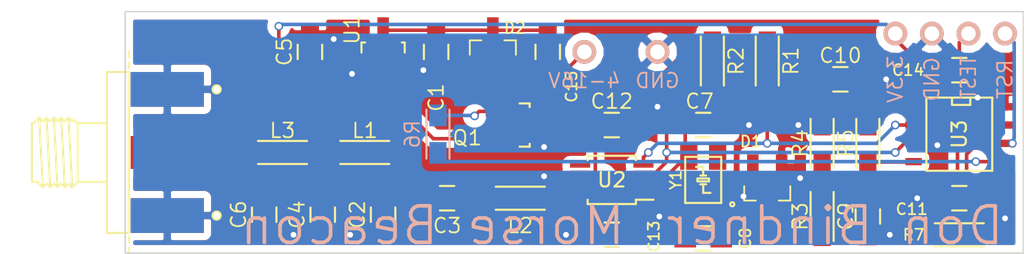
<source format=kicad_pcb>
(kicad_pcb (version 4) (host pcbnew 0.201508030901+6040~28~ubuntu14.04.1-product)

  (general
    (links 71)
    (no_connects 0)
    (area 95.59731 82.608809 172.279953 100.605001)
    (thickness 1.6)
    (drawings 6)
    (tracks 214)
    (zones 0)
    (modules 39)
    (nets 25)
  )

  (page A4)
  (layers
    (0 F.Cu signal)
    (31 B.Cu signal)
    (32 B.Adhes user)
    (33 F.Adhes user)
    (34 B.Paste user)
    (35 F.Paste user)
    (36 B.SilkS user)
    (37 F.SilkS user)
    (38 B.Mask user)
    (39 F.Mask user)
    (40 Dwgs.User user)
    (41 Cmts.User user)
    (42 Eco1.User user)
    (43 Eco2.User user)
    (44 Edge.Cuts user)
    (45 Margin user)
    (46 B.CrtYd user)
    (47 F.CrtYd user)
    (48 B.Fab user)
    (49 F.Fab user)
  )

  (setup
    (last_trace_width 0.25)
    (trace_clearance 0.2)
    (zone_clearance 0.508)
    (zone_45_only no)
    (trace_min 0.2)
    (segment_width 0.2)
    (edge_width 0.1)
    (via_size 0.6)
    (via_drill 0.4)
    (via_min_size 0.4)
    (via_min_drill 0.3)
    (uvia_size 0.3)
    (uvia_drill 0.1)
    (uvias_allowed no)
    (uvia_min_size 0)
    (uvia_min_drill 0)
    (pcb_text_width 0.3)
    (pcb_text_size 1.5 1.5)
    (mod_edge_width 0.15)
    (mod_text_size 1 1)
    (mod_text_width 0.15)
    (pad_size 1.5 1.5)
    (pad_drill 0.6)
    (pad_to_mask_clearance 0)
    (aux_axis_origin 0 0)
    (visible_elements 7FFFEFFF)
    (pcbplotparams
      (layerselection 0x010fc_80000001)
      (usegerberextensions false)
      (excludeedgelayer true)
      (linewidth 0.100000)
      (plotframeref false)
      (viasonmask false)
      (mode 1)
      (useauxorigin false)
      (hpglpennumber 1)
      (hpglpenspeed 20)
      (hpglpendiameter 15)
      (hpglpenoverlay 2)
      (psnegative false)
      (psa4output false)
      (plotreference true)
      (plotvalue true)
      (plotinvisibletext false)
      (padsonsilk false)
      (subtractmaskfromsilk false)
      (outputformat 1)
      (mirror false)
      (drillshape 0)
      (scaleselection 1)
      (outputdirectory gerbers/))
  )

  (net 0 "")
  (net 1 GND)
  (net 2 +9V)
  (net 3 "Net-(C2-Pad2)")
  (net 4 "Net-(C3-Pad1)")
  (net 5 "Net-(C4-Pad2)")
  (net 6 +3V3)
  (net 7 "Net-(C6-Pad2)")
  (net 8 "Net-(C8-Pad1)")
  (net 9 "Net-(C8-Pad2)")
  (net 10 "Net-(C9-Pad2)")
  (net 11 "Net-(C10-Pad2)")
  (net 12 RST)
  (net 13 VDD)
  (net 14 "Net-(L2-Pad2)")
  (net 15 TEST)
  (net 16 "Net-(Q1-Pad1)")
  (net 17 "Net-(R1-Pad2)")
  (net 18 "Net-(R2-Pad2)")
  (net 19 "Net-(R5-Pad2)")
  (net 20 "Net-(R6-Pad2)")
  (net 21 "Net-(U2-Pad6)")
  (net 22 "Net-(Y1-Pad3)")
  (net 23 "Net-(C7-Pad1)")
  (net 24 "Net-(C1-Pad2)")

  (net_class Default "This is the default net class."
    (clearance 0.2)
    (trace_width 0.25)
    (via_dia 0.6)
    (via_drill 0.4)
    (uvia_dia 0.3)
    (uvia_drill 0.1)
    (add_net +3V3)
    (add_net +9V)
    (add_net GND)
    (add_net "Net-(C1-Pad2)")
    (add_net "Net-(C10-Pad2)")
    (add_net "Net-(C7-Pad1)")
    (add_net "Net-(C8-Pad1)")
    (add_net "Net-(C8-Pad2)")
    (add_net "Net-(C9-Pad2)")
    (add_net "Net-(L2-Pad2)")
    (add_net "Net-(Q1-Pad1)")
    (add_net "Net-(R1-Pad2)")
    (add_net "Net-(R2-Pad2)")
    (add_net "Net-(R5-Pad2)")
    (add_net "Net-(R6-Pad2)")
    (add_net "Net-(U2-Pad6)")
    (add_net "Net-(Y1-Pad3)")
    (add_net RST)
    (add_net TEST)
    (add_net VDD)
  )

  (net_class 50ohm ""
    (clearance 0.1524)
    (trace_width 0.7874)
    (via_dia 0.6)
    (via_drill 0.4)
    (uvia_dia 0.3)
    (uvia_drill 0.1)
    (add_net "Net-(C2-Pad2)")
    (add_net "Net-(C3-Pad1)")
    (add_net "Net-(C4-Pad2)")
    (add_net "Net-(C6-Pad2)")
  )

  (module DonB:C_0805_HandSoldering (layer F.Cu) (tedit 55C2E250) (tstamp 559BFBD4)
    (at 126.873 86.36 90)
    (descr "Capacitor SMD 0805, hand soldering")
    (tags "capacitor 0805")
    (path /559B91F5)
    (attr smd)
    (fp_text reference C1 (at -3.175 0 90) (layer F.SilkS)
      (effects (font (size 1.016 1.016) (thickness 0.127)))
    )
    (fp_text value 1uF (at 0 0.127 90) (layer F.Fab) hide
      (effects (font (size 1.016 1.016) (thickness 0.127)))
    )
    (fp_line (start -2.3 -1) (end 2.3 -1) (layer F.CrtYd) (width 0.05))
    (fp_line (start -2.3 1) (end 2.3 1) (layer F.CrtYd) (width 0.05))
    (fp_line (start -2.3 -1) (end -2.3 1) (layer F.CrtYd) (width 0.05))
    (fp_line (start 2.3 -1) (end 2.3 1) (layer F.CrtYd) (width 0.05))
    (fp_line (start 0.5 -0.85) (end -0.5 -0.85) (layer F.SilkS) (width 0.15))
    (fp_line (start -0.5 0.85) (end 0.5 0.85) (layer F.SilkS) (width 0.15))
    (pad 1 smd rect (at -1.25 0 90) (size 1.5 1.25) (layers F.Cu F.Paste F.Mask)
      (net 1 GND))
    (pad 2 smd rect (at 1.25 0 90) (size 1.5 1.25) (layers F.Cu F.Paste F.Mask)
      (net 24 "Net-(C1-Pad2)"))
    (model Capacitors_SMD.3dshapes/C_0805_HandSoldering.wrl
      (at (xyz 0 0 0))
      (scale (xyz 1 1 1))
      (rotate (xyz 0 0 0))
    )
  )

  (module DonB:C_0805_HandSoldering (layer F.Cu) (tedit 559C2A21) (tstamp 559BFBE0)
    (at 123.19 97.663 90)
    (descr "Capacitor SMD 0805, hand soldering")
    (tags "capacitor 0805")
    (path /559B8032)
    (attr smd)
    (fp_text reference C2 (at 0 -1.778 90) (layer F.SilkS)
      (effects (font (size 1.016 1.016) (thickness 0.127)))
    )
    (fp_text value 22pF (at 0 2.1 90) (layer F.Fab)
      (effects (font (size 1.016 1.016) (thickness 0.127)))
    )
    (fp_line (start -2.3 -1) (end 2.3 -1) (layer F.CrtYd) (width 0.05))
    (fp_line (start -2.3 1) (end 2.3 1) (layer F.CrtYd) (width 0.05))
    (fp_line (start -2.3 -1) (end -2.3 1) (layer F.CrtYd) (width 0.05))
    (fp_line (start 2.3 -1) (end 2.3 1) (layer F.CrtYd) (width 0.05))
    (fp_line (start 0.5 -0.85) (end -0.5 -0.85) (layer F.SilkS) (width 0.15))
    (fp_line (start -0.5 0.85) (end 0.5 0.85) (layer F.SilkS) (width 0.15))
    (pad 1 smd rect (at -1.25 0 90) (size 1.5 1.25) (layers F.Cu F.Paste F.Mask)
      (net 1 GND))
    (pad 2 smd rect (at 1.25 0 90) (size 1.5 1.25) (layers F.Cu F.Paste F.Mask)
      (net 3 "Net-(C2-Pad2)"))
    (model Capacitors_SMD.3dshapes/C_0805_HandSoldering.wrl
      (at (xyz 0 0 0))
      (scale (xyz 1 1 1))
      (rotate (xyz 0 0 0))
    )
  )

  (module DonB:C_0805_HandSoldering (layer F.Cu) (tedit 559C2A34) (tstamp 559BFBEC)
    (at 127.635 96.52 180)
    (descr "Capacitor SMD 0805, hand soldering")
    (tags "capacitor 0805")
    (path /559B77AF)
    (attr smd)
    (fp_text reference C3 (at 0 -1.905 180) (layer F.SilkS)
      (effects (font (size 1.016 1.016) (thickness 0.127)))
    )
    (fp_text value 12pF (at 0 0 180) (layer F.Fab)
      (effects (font (size 1.016 1.016) (thickness 0.127)))
    )
    (fp_line (start -2.3 -1) (end 2.3 -1) (layer F.CrtYd) (width 0.05))
    (fp_line (start -2.3 1) (end 2.3 1) (layer F.CrtYd) (width 0.05))
    (fp_line (start -2.3 -1) (end -2.3 1) (layer F.CrtYd) (width 0.05))
    (fp_line (start 2.3 -1) (end 2.3 1) (layer F.CrtYd) (width 0.05))
    (fp_line (start 0.5 -0.85) (end -0.5 -0.85) (layer F.SilkS) (width 0.15))
    (fp_line (start -0.5 0.85) (end 0.5 0.85) (layer F.SilkS) (width 0.15))
    (pad 1 smd rect (at -1.25 0 180) (size 1.5 1.25) (layers F.Cu F.Paste F.Mask)
      (net 4 "Net-(C3-Pad1)"))
    (pad 2 smd rect (at 1.25 0 180) (size 1.5 1.25) (layers F.Cu F.Paste F.Mask)
      (net 3 "Net-(C2-Pad2)"))
    (model Capacitors_SMD.3dshapes/C_0805_HandSoldering.wrl
      (at (xyz 0 0 0))
      (scale (xyz 1 1 1))
      (rotate (xyz 0 0 0))
    )
  )

  (module DonB:C_0805_HandSoldering (layer F.Cu) (tedit 559C2A16) (tstamp 559BFBF8)
    (at 118.999 97.663 90)
    (descr "Capacitor SMD 0805, hand soldering")
    (tags "capacitor 0805")
    (path /559B81E6)
    (attr smd)
    (fp_text reference C4 (at 0 -1.778 90) (layer F.SilkS)
      (effects (font (size 1.016 1.016) (thickness 0.127)))
    )
    (fp_text value 39pF (at 0 2.1 90) (layer F.Fab)
      (effects (font (size 1.016 1.016) (thickness 0.127)))
    )
    (fp_line (start -2.3 -1) (end 2.3 -1) (layer F.CrtYd) (width 0.05))
    (fp_line (start -2.3 1) (end 2.3 1) (layer F.CrtYd) (width 0.05))
    (fp_line (start -2.3 -1) (end -2.3 1) (layer F.CrtYd) (width 0.05))
    (fp_line (start 2.3 -1) (end 2.3 1) (layer F.CrtYd) (width 0.05))
    (fp_line (start 0.5 -0.85) (end -0.5 -0.85) (layer F.SilkS) (width 0.15))
    (fp_line (start -0.5 0.85) (end 0.5 0.85) (layer F.SilkS) (width 0.15))
    (pad 1 smd rect (at -1.25 0 90) (size 1.5 1.25) (layers F.Cu F.Paste F.Mask)
      (net 1 GND))
    (pad 2 smd rect (at 1.25 0 90) (size 1.5 1.25) (layers F.Cu F.Paste F.Mask)
      (net 5 "Net-(C4-Pad2)"))
    (model Capacitors_SMD.3dshapes/C_0805_HandSoldering.wrl
      (at (xyz 0 0 0))
      (scale (xyz 1 1 1))
      (rotate (xyz 0 0 0))
    )
  )

  (module DonB:C_0805_HandSoldering (layer F.Cu) (tedit 55C2E115) (tstamp 559BFC04)
    (at 118.11 86.36 270)
    (descr "Capacitor SMD 0805, hand soldering")
    (tags "capacitor 0805")
    (path /559B9438)
    (attr smd)
    (fp_text reference C5 (at 0 1.778 270) (layer F.SilkS)
      (effects (font (size 1.016 1.016) (thickness 0.127)))
    )
    (fp_text value 1uF (at 0 2.1 270) (layer F.Fab) hide
      (effects (font (size 1.016 1.016) (thickness 0.127)))
    )
    (fp_line (start -2.3 -1) (end 2.3 -1) (layer F.CrtYd) (width 0.05))
    (fp_line (start -2.3 1) (end 2.3 1) (layer F.CrtYd) (width 0.05))
    (fp_line (start -2.3 -1) (end -2.3 1) (layer F.CrtYd) (width 0.05))
    (fp_line (start 2.3 -1) (end 2.3 1) (layer F.CrtYd) (width 0.05))
    (fp_line (start 0.5 -0.85) (end -0.5 -0.85) (layer F.SilkS) (width 0.15))
    (fp_line (start -0.5 0.85) (end 0.5 0.85) (layer F.SilkS) (width 0.15))
    (pad 1 smd rect (at -1.25 0 270) (size 1.5 1.25) (layers F.Cu F.Paste F.Mask)
      (net 1 GND))
    (pad 2 smd rect (at 1.25 0 270) (size 1.5 1.25) (layers F.Cu F.Paste F.Mask)
      (net 6 +3V3))
    (model Capacitors_SMD.3dshapes/C_0805_HandSoldering.wrl
      (at (xyz 0 0 0))
      (scale (xyz 1 1 1))
      (rotate (xyz 0 0 0))
    )
  )

  (module DonB:C_0805_HandSoldering (layer F.Cu) (tedit 559C2A0E) (tstamp 559BFC10)
    (at 114.935 97.663 90)
    (descr "Capacitor SMD 0805, hand soldering")
    (tags "capacitor 0805")
    (path /559B8159)
    (attr smd)
    (fp_text reference C6 (at 0 -1.778 90) (layer F.SilkS)
      (effects (font (size 1.016 1.016) (thickness 0.127)))
    )
    (fp_text value 22pF (at 0 2.1 90) (layer F.Fab)
      (effects (font (size 1.016 1.016) (thickness 0.127)))
    )
    (fp_line (start -2.3 -1) (end 2.3 -1) (layer F.CrtYd) (width 0.05))
    (fp_line (start -2.3 1) (end 2.3 1) (layer F.CrtYd) (width 0.05))
    (fp_line (start -2.3 -1) (end -2.3 1) (layer F.CrtYd) (width 0.05))
    (fp_line (start 2.3 -1) (end 2.3 1) (layer F.CrtYd) (width 0.05))
    (fp_line (start 0.5 -0.85) (end -0.5 -0.85) (layer F.SilkS) (width 0.15))
    (fp_line (start -0.5 0.85) (end 0.5 0.85) (layer F.SilkS) (width 0.15))
    (pad 1 smd rect (at -1.25 0 90) (size 1.5 1.25) (layers F.Cu F.Paste F.Mask)
      (net 1 GND))
    (pad 2 smd rect (at 1.25 0 90) (size 1.5 1.25) (layers F.Cu F.Paste F.Mask)
      (net 7 "Net-(C6-Pad2)"))
    (model Capacitors_SMD.3dshapes/C_0805_HandSoldering.wrl
      (at (xyz 0 0 0))
      (scale (xyz 1 1 1))
      (rotate (xyz 0 0 0))
    )
  )

  (module DonB:C_0805_HandSoldering (layer F.Cu) (tedit 559C2BF4) (tstamp 559BFC1C)
    (at 145.415 91.44)
    (descr "Capacitor SMD 0805, hand soldering")
    (tags "capacitor 0805")
    (path /559B4BAE)
    (attr smd)
    (fp_text reference C7 (at -0.254 -1.651) (layer F.SilkS)
      (effects (font (size 1.016 1.016) (thickness 0.127)))
    )
    (fp_text value 20pF (at 0 0) (layer F.Fab)
      (effects (font (size 1.016 1.016) (thickness 0.127)))
    )
    (fp_line (start -2.3 -1) (end 2.3 -1) (layer F.CrtYd) (width 0.05))
    (fp_line (start -2.3 1) (end 2.3 1) (layer F.CrtYd) (width 0.05))
    (fp_line (start -2.3 -1) (end -2.3 1) (layer F.CrtYd) (width 0.05))
    (fp_line (start 2.3 -1) (end 2.3 1) (layer F.CrtYd) (width 0.05))
    (fp_line (start 0.5 -0.85) (end -0.5 -0.85) (layer F.SilkS) (width 0.15))
    (fp_line (start -0.5 0.85) (end 0.5 0.85) (layer F.SilkS) (width 0.15))
    (pad 1 smd rect (at -1.25 0) (size 1.5 1.25) (layers F.Cu F.Paste F.Mask)
      (net 23 "Net-(C7-Pad1)"))
    (pad 2 smd rect (at 1.25 0) (size 1.5 1.25) (layers F.Cu F.Paste F.Mask)
      (net 1 GND))
    (model Capacitors_SMD.3dshapes/C_0805_HandSoldering.wrl
      (at (xyz 0 0 0))
      (scale (xyz 1 1 1))
      (rotate (xyz 0 0 0))
    )
  )

  (module DonB:C_0805_HandSoldering (layer F.Cu) (tedit 559C2CA3) (tstamp 559BFC28)
    (at 145.415 99.314 180)
    (descr "Capacitor SMD 0805, hand soldering")
    (tags "capacitor 0805")
    (path /559B48F2)
    (attr smd)
    (fp_text reference C8 (at -2.921 0 270) (layer F.SilkS)
      (effects (font (size 0.762 0.762) (thickness 0.127)))
    )
    (fp_text value 1nF (at 0 0 180) (layer F.Fab)
      (effects (font (size 1.016 1.016) (thickness 0.127)))
    )
    (fp_line (start -2.3 -1) (end 2.3 -1) (layer F.CrtYd) (width 0.05))
    (fp_line (start -2.3 1) (end 2.3 1) (layer F.CrtYd) (width 0.05))
    (fp_line (start -2.3 -1) (end -2.3 1) (layer F.CrtYd) (width 0.05))
    (fp_line (start 2.3 -1) (end 2.3 1) (layer F.CrtYd) (width 0.05))
    (fp_line (start 0.5 -0.85) (end -0.5 -0.85) (layer F.SilkS) (width 0.15))
    (fp_line (start -0.5 0.85) (end 0.5 0.85) (layer F.SilkS) (width 0.15))
    (pad 1 smd rect (at -1.25 0 180) (size 1.5 1.25) (layers F.Cu F.Paste F.Mask)
      (net 8 "Net-(C8-Pad1)"))
    (pad 2 smd rect (at 1.25 0 180) (size 1.5 1.25) (layers F.Cu F.Paste F.Mask)
      (net 9 "Net-(C8-Pad2)"))
    (model Capacitors_SMD.3dshapes/C_0805_HandSoldering.wrl
      (at (xyz 0 0 0))
      (scale (xyz 1 1 1))
      (rotate (xyz 0 0 0))
    )
  )

  (module DonB:C_0805_HandSoldering (layer F.Cu) (tedit 559C2AD5) (tstamp 559BFC34)
    (at 156.845 97.79 90)
    (descr "Capacitor SMD 0805, hand soldering")
    (tags "capacitor 0805")
    (path /559B462B)
    (attr smd)
    (fp_text reference C9 (at 0 -1.524 90) (layer F.SilkS)
      (effects (font (size 1.016 1.016) (thickness 0.127)))
    )
    (fp_text value 330nF (at 0 2.1 90) (layer F.Fab)
      (effects (font (size 1.016 1.016) (thickness 0.127)))
    )
    (fp_line (start -2.3 -1) (end 2.3 -1) (layer F.CrtYd) (width 0.05))
    (fp_line (start -2.3 1) (end 2.3 1) (layer F.CrtYd) (width 0.05))
    (fp_line (start -2.3 -1) (end -2.3 1) (layer F.CrtYd) (width 0.05))
    (fp_line (start 2.3 -1) (end 2.3 1) (layer F.CrtYd) (width 0.05))
    (fp_line (start 0.5 -0.85) (end -0.5 -0.85) (layer F.SilkS) (width 0.15))
    (fp_line (start -0.5 0.85) (end 0.5 0.85) (layer F.SilkS) (width 0.15))
    (pad 1 smd rect (at -1.25 0 90) (size 1.5 1.25) (layers F.Cu F.Paste F.Mask)
      (net 1 GND))
    (pad 2 smd rect (at 1.25 0 90) (size 1.5 1.25) (layers F.Cu F.Paste F.Mask)
      (net 10 "Net-(C9-Pad2)"))
    (model Capacitors_SMD.3dshapes/C_0805_HandSoldering.wrl
      (at (xyz 0 0 0))
      (scale (xyz 1 1 1))
      (rotate (xyz 0 0 0))
    )
  )

  (module DonB:C_0805_HandSoldering (layer F.Cu) (tedit 559C2C2A) (tstamp 559BFC40)
    (at 154.94 88.265 180)
    (descr "Capacitor SMD 0805, hand soldering")
    (tags "capacitor 0805")
    (path /559B45AB)
    (attr smd)
    (fp_text reference C10 (at 0 1.651 180) (layer F.SilkS)
      (effects (font (size 1.016 1.016) (thickness 0.127)))
    )
    (fp_text value 470nF (at 0 2.1 180) (layer F.Fab)
      (effects (font (size 1.016 1.016) (thickness 0.127)))
    )
    (fp_line (start -2.3 -1) (end 2.3 -1) (layer F.CrtYd) (width 0.05))
    (fp_line (start -2.3 1) (end 2.3 1) (layer F.CrtYd) (width 0.05))
    (fp_line (start -2.3 -1) (end -2.3 1) (layer F.CrtYd) (width 0.05))
    (fp_line (start 2.3 -1) (end 2.3 1) (layer F.CrtYd) (width 0.05))
    (fp_line (start 0.5 -0.85) (end -0.5 -0.85) (layer F.SilkS) (width 0.15))
    (fp_line (start -0.5 0.85) (end 0.5 0.85) (layer F.SilkS) (width 0.15))
    (pad 1 smd rect (at -1.25 0 180) (size 1.5 1.25) (layers F.Cu F.Paste F.Mask)
      (net 1 GND))
    (pad 2 smd rect (at 1.25 0 180) (size 1.5 1.25) (layers F.Cu F.Paste F.Mask)
      (net 11 "Net-(C10-Pad2)"))
    (model Capacitors_SMD.3dshapes/C_0805_HandSoldering.wrl
      (at (xyz 0 0 0))
      (scale (xyz 1 1 1))
      (rotate (xyz 0 0 0))
    )
  )

  (module DonB:C_0805_HandSoldering (layer F.Cu) (tedit 559C2D3A) (tstamp 559BFC4C)
    (at 163.195 96.52 180)
    (descr "Capacitor SMD 0805, hand soldering")
    (tags "capacitor 0805")
    (path /559B6560)
    (attr smd)
    (fp_text reference C11 (at 3.302 -0.762 180) (layer F.SilkS)
      (effects (font (size 0.762 0.762) (thickness 0.127)))
    )
    (fp_text value 1nF (at 0 0 180) (layer F.Fab)
      (effects (font (size 1.016 1.016) (thickness 0.127)))
    )
    (fp_line (start -2.3 -1) (end 2.3 -1) (layer F.CrtYd) (width 0.05))
    (fp_line (start -2.3 1) (end 2.3 1) (layer F.CrtYd) (width 0.05))
    (fp_line (start -2.3 -1) (end -2.3 1) (layer F.CrtYd) (width 0.05))
    (fp_line (start 2.3 -1) (end 2.3 1) (layer F.CrtYd) (width 0.05))
    (fp_line (start 0.5 -0.85) (end -0.5 -0.85) (layer F.SilkS) (width 0.15))
    (fp_line (start -0.5 0.85) (end 0.5 0.85) (layer F.SilkS) (width 0.15))
    (pad 1 smd rect (at -1.25 0 180) (size 1.5 1.25) (layers F.Cu F.Paste F.Mask)
      (net 12 RST))
    (pad 2 smd rect (at 1.25 0 180) (size 1.5 1.25) (layers F.Cu F.Paste F.Mask)
      (net 1 GND))
    (model Capacitors_SMD.3dshapes/C_0805_HandSoldering.wrl
      (at (xyz 0 0 0))
      (scale (xyz 1 1 1))
      (rotate (xyz 0 0 0))
    )
  )

  (module DonB:C_0805_HandSoldering (layer F.Cu) (tedit 559C2BED) (tstamp 559BFC58)
    (at 139.065 91.44 180)
    (descr "Capacitor SMD 0805, hand soldering")
    (tags "capacitor 0805")
    (path /559C0786)
    (attr smd)
    (fp_text reference C12 (at 0 1.651 180) (layer F.SilkS)
      (effects (font (size 1.016 1.016) (thickness 0.127)))
    )
    (fp_text value 100nF (at 0 0 180) (layer F.Fab)
      (effects (font (size 1.016 1.016) (thickness 0.127)))
    )
    (fp_line (start -2.3 -1) (end 2.3 -1) (layer F.CrtYd) (width 0.05))
    (fp_line (start -2.3 1) (end 2.3 1) (layer F.CrtYd) (width 0.05))
    (fp_line (start -2.3 -1) (end -2.3 1) (layer F.CrtYd) (width 0.05))
    (fp_line (start 2.3 -1) (end 2.3 1) (layer F.CrtYd) (width 0.05))
    (fp_line (start 0.5 -0.85) (end -0.5 -0.85) (layer F.SilkS) (width 0.15))
    (fp_line (start -0.5 0.85) (end 0.5 0.85) (layer F.SilkS) (width 0.15))
    (pad 1 smd rect (at -1.25 0 180) (size 1.5 1.25) (layers F.Cu F.Paste F.Mask)
      (net 1 GND))
    (pad 2 smd rect (at 1.25 0 180) (size 1.5 1.25) (layers F.Cu F.Paste F.Mask)
      (net 13 VDD))
    (model Capacitors_SMD.3dshapes/C_0805_HandSoldering.wrl
      (at (xyz 0 0 0))
      (scale (xyz 1 1 1))
      (rotate (xyz 0 0 0))
    )
  )

  (module DonB:C_0805_HandSoldering (layer F.Cu) (tedit 559C2C9A) (tstamp 559BFC64)
    (at 139.065 99.06 180)
    (descr "Capacitor SMD 0805, hand soldering")
    (tags "capacitor 0805")
    (path /559BFFEC)
    (attr smd)
    (fp_text reference C13 (at -2.921 -0.127 270) (layer F.SilkS)
      (effects (font (size 0.762 0.762) (thickness 0.127)))
    )
    (fp_text value 100nF (at 0 0 180) (layer F.Fab)
      (effects (font (size 1.016 1.016) (thickness 0.127)))
    )
    (fp_line (start -2.3 -1) (end 2.3 -1) (layer F.CrtYd) (width 0.05))
    (fp_line (start -2.3 1) (end 2.3 1) (layer F.CrtYd) (width 0.05))
    (fp_line (start -2.3 -1) (end -2.3 1) (layer F.CrtYd) (width 0.05))
    (fp_line (start 2.3 -1) (end 2.3 1) (layer F.CrtYd) (width 0.05))
    (fp_line (start 0.5 -0.85) (end -0.5 -0.85) (layer F.SilkS) (width 0.15))
    (fp_line (start -0.5 0.85) (end 0.5 0.85) (layer F.SilkS) (width 0.15))
    (pad 1 smd rect (at -1.25 0 180) (size 1.5 1.25) (layers F.Cu F.Paste F.Mask)
      (net 13 VDD))
    (pad 2 smd rect (at 1.25 0 180) (size 1.5 1.25) (layers F.Cu F.Paste F.Mask)
      (net 1 GND))
    (model Capacitors_SMD.3dshapes/C_0805_HandSoldering.wrl
      (at (xyz 0 0 0))
      (scale (xyz 1 1 1))
      (rotate (xyz 0 0 0))
    )
  )

  (module DonB:C_0805_HandSoldering (layer F.Cu) (tedit 559C301E) (tstamp 559BFC70)
    (at 163.195 87.63 180)
    (descr "Capacitor SMD 0805, hand soldering")
    (tags "capacitor 0805")
    (path /559BFBF5)
    (attr smd)
    (fp_text reference C14 (at 3.556 0 180) (layer F.SilkS)
      (effects (font (size 0.762 0.762) (thickness 0.127)))
    )
    (fp_text value 100nF (at 0 0 180) (layer F.Fab)
      (effects (font (size 1.016 1.016) (thickness 0.127)))
    )
    (fp_line (start -2.3 -1) (end 2.3 -1) (layer F.CrtYd) (width 0.05))
    (fp_line (start -2.3 1) (end 2.3 1) (layer F.CrtYd) (width 0.05))
    (fp_line (start -2.3 -1) (end -2.3 1) (layer F.CrtYd) (width 0.05))
    (fp_line (start 2.3 -1) (end 2.3 1) (layer F.CrtYd) (width 0.05))
    (fp_line (start 0.5 -0.85) (end -0.5 -0.85) (layer F.SilkS) (width 0.15))
    (fp_line (start -0.5 0.85) (end 0.5 0.85) (layer F.SilkS) (width 0.15))
    (pad 1 smd rect (at -1.25 0 180) (size 1.5 1.25) (layers F.Cu F.Paste F.Mask)
      (net 1 GND))
    (pad 2 smd rect (at 1.25 0 180) (size 1.5 1.25) (layers F.Cu F.Paste F.Mask)
      (net 6 +3V3))
    (model Capacitors_SMD.3dshapes/C_0805_HandSoldering.wrl
      (at (xyz 0 0 0))
      (scale (xyz 1 1 1))
      (rotate (xyz 0 0 0))
    )
  )

  (module DonB:R_0805_HandSoldering (layer F.Cu) (tedit 559C2A05) (tstamp 559BFC84)
    (at 121.92 93.345 180)
    (descr "Resistor, SMD, 0805, Hand soldering,")
    (tags "Resistor, SMD, 0805, Hand soldering,")
    (path /559B7EC6)
    (attr smd)
    (fp_text reference L1 (at 0 1.524 180) (layer F.SilkS)
      (effects (font (size 1.016 1.016) (thickness 0.127)))
    )
    (fp_text value 68nH (at -0.08 1.524 180) (layer F.SilkS) hide
      (effects (font (size 1.016 1.016) (thickness 0.127)))
    )
    (fp_line (start -1.7 0.8) (end 1.7 0.8) (layer F.SilkS) (width 0.15))
    (fp_line (start -1.7 -0.8) (end 1.7 -0.8) (layer F.SilkS) (width 0.15))
    (fp_circle (center 0 0) (end 0.15 0) (layer F.Adhes) (width 0.3))
    (pad 1 smd rect (at -1.30048 0 180) (size 1.50114 1.19888) (layers F.Cu F.Paste F.Mask)
      (net 3 "Net-(C2-Pad2)"))
    (pad 2 smd rect (at 1.30048 0 180) (size 1.50114 1.19888) (layers F.Cu F.Paste F.Mask)
      (net 5 "Net-(C4-Pad2)"))
    (model smd/resistors/R0805/R0805.wrl
      (at (xyz 0 0 0))
      (scale (xyz 0.4 0.4 0.4))
      (rotate (xyz 0 0 0))
    )
  )

  (module DonB:R_0805_HandSoldering (layer F.Cu) (tedit 559C2F11) (tstamp 559BFC8D)
    (at 132.715 96.52)
    (descr "Resistor, SMD, 0805, Hand soldering,")
    (tags "Resistor, SMD, 0805, Hand soldering,")
    (path /559B7975)
    (attr smd)
    (fp_text reference L2 (at 0 1.905) (layer F.SilkS)
      (effects (font (size 1.016 1.016) (thickness 0.127)))
    )
    (fp_text value 100nH (at 0 0) (layer F.SilkS) hide
      (effects (font (size 1.016 1.016) (thickness 0.127)))
    )
    (fp_line (start -1.7 0.8) (end 1.7 0.8) (layer F.SilkS) (width 0.15))
    (fp_line (start -1.7 -0.8) (end 1.7 -0.8) (layer F.SilkS) (width 0.15))
    (fp_circle (center 0 0) (end 0.15 0) (layer F.Adhes) (width 0.3))
    (pad 1 smd rect (at -1.30048 0) (size 1.50114 1.19888) (layers F.Cu F.Paste F.Mask)
      (net 4 "Net-(C3-Pad1)"))
    (pad 2 smd rect (at 1.30048 0) (size 1.50114 1.19888) (layers F.Cu F.Paste F.Mask)
      (net 14 "Net-(L2-Pad2)"))
    (model smd/resistors/R0805/R0805.wrl
      (at (xyz 0 0 0))
      (scale (xyz 0.4 0.4 0.4))
      (rotate (xyz 0 0 0))
    )
  )

  (module DonB:R_0805_HandSoldering (layer F.Cu) (tedit 559C29F9) (tstamp 559BFC96)
    (at 116.205 93.345 180)
    (descr "Resistor, SMD, 0805, Hand soldering,")
    (tags "Resistor, SMD, 0805, Hand soldering,")
    (path /559B7FB9)
    (attr smd)
    (fp_text reference L3 (at 0 1.524 180) (layer F.SilkS)
      (effects (font (size 1.016 1.016) (thickness 0.127)))
    )
    (fp_text value 68nH (at -0.08 1.524 180) (layer F.SilkS) hide
      (effects (font (size 1.016 1.016) (thickness 0.127)))
    )
    (fp_line (start -1.7 0.8) (end 1.7 0.8) (layer F.SilkS) (width 0.15))
    (fp_line (start -1.7 -0.8) (end 1.7 -0.8) (layer F.SilkS) (width 0.15))
    (fp_circle (center 0 0) (end 0.15 0) (layer F.Adhes) (width 0.3))
    (pad 1 smd rect (at -1.30048 0 180) (size 1.50114 1.19888) (layers F.Cu F.Paste F.Mask)
      (net 5 "Net-(C4-Pad2)"))
    (pad 2 smd rect (at 1.30048 0 180) (size 1.50114 1.19888) (layers F.Cu F.Paste F.Mask)
      (net 7 "Net-(C6-Pad2)"))
    (model smd/resistors/R0805/R0805.wrl
      (at (xyz 0 0 0))
      (scale (xyz 0.4 0.4 0.4))
      (rotate (xyz 0 0 0))
    )
  )

  (module DonB:TESTPIN (layer B.Cu) (tedit 544326E2) (tstamp 559BFC9B)
    (at 137.16 86.36 180)
    (path /559BBD02)
    (fp_text reference P1 (at 0 2 180) (layer B.SilkS) hide
      (effects (font (size 1.016 1.016) (thickness 0.127)) (justify mirror))
    )
    (fp_text value 4-16V (at 0 -2 180) (layer B.SilkS)
      (effects (font (size 1.016 1.016) (thickness 0.127)) (justify mirror))
    )
    (pad 1 thru_hole circle (at 0 0 180) (size 1.651 1.651) (drill 1.016) (layers *.Cu *.Mask B.SilkS)
      (net 2 +9V))
  )

  (module DonB:TESTPIN (layer B.Cu) (tedit 544326E2) (tstamp 559BFCA0)
    (at 142.24 86.36 180)
    (path /559BB938)
    (fp_text reference P2 (at 0 2 180) (layer B.SilkS) hide
      (effects (font (size 1.016 1.016) (thickness 0.127)) (justify mirror))
    )
    (fp_text value GND (at 0 -2 180) (layer B.SilkS)
      (effects (font (size 1.016 1.016) (thickness 0.127)) (justify mirror))
    )
    (pad 1 thru_hole circle (at 0 0 180) (size 1.651 1.651) (drill 1.016) (layers *.Cu *.Mask B.SilkS)
      (net 1 GND))
  )

  (module DonB:TESTPIN (layer B.Cu) (tedit 559BFC2F) (tstamp 559BFCDB)
    (at 158.75 85.09 90)
    (path /559BA77F)
    (fp_text reference P4 (at 0 2 90) (layer B.SilkS) hide
      (effects (font (size 1.016 1.016) (thickness 0.127)) (justify mirror))
    )
    (fp_text value 3.3V (at -3.175 0 90) (layer B.SilkS)
      (effects (font (size 1.016 1.016) (thickness 0.127)) (justify mirror))
    )
    (pad 1 thru_hole circle (at 0 0 90) (size 1.651 1.651) (drill 1.016) (layers *.Cu *.Mask B.SilkS)
      (net 6 +3V3))
  )

  (module DonB:TESTPIN (layer B.Cu) (tedit 559BFC34) (tstamp 559BFCE0)
    (at 161.29 85.09 90)
    (path /559BA805)
    (fp_text reference P5 (at 0 2 90) (layer B.SilkS) hide
      (effects (font (size 1.016 1.016) (thickness 0.127)) (justify mirror))
    )
    (fp_text value GND (at -3.175 0 90) (layer B.SilkS)
      (effects (font (size 1.016 1.016) (thickness 0.127)) (justify mirror))
    )
    (pad 1 thru_hole circle (at 0 0 90) (size 1.651 1.651) (drill 1.016) (layers *.Cu *.Mask B.SilkS)
      (net 1 GND))
  )

  (module DonB:TESTPIN (layer B.Cu) (tedit 559C10CB) (tstamp 559BFCE5)
    (at 163.83 85.09 90)
    (path /559BAB07)
    (fp_text reference P6 (at 0 2 90) (layer B.SilkS) hide
      (effects (font (size 1.016 1.016) (thickness 0.127)) (justify mirror))
    )
    (fp_text value TEST (at -3.048 0 90) (layer B.SilkS)
      (effects (font (size 1.016 0.889) (thickness 0.127)) (justify mirror))
    )
    (pad 1 thru_hole circle (at 0 0 90) (size 1.651 1.651) (drill 1.016) (layers *.Cu *.Mask B.SilkS)
      (net 15 TEST))
  )

  (module DonB:TESTPIN (layer B.Cu) (tedit 559BFC3B) (tstamp 559BFCEA)
    (at 166.37 85.09 90)
    (path /559BAB78)
    (fp_text reference P7 (at 0 2 90) (layer B.SilkS) hide
      (effects (font (size 1.016 1.016) (thickness 0.127)) (justify mirror))
    )
    (fp_text value RST (at -3.175 0 90) (layer B.SilkS)
      (effects (font (size 1.016 1.016) (thickness 0.127)) (justify mirror))
    )
    (pad 1 thru_hole circle (at 0 0 90) (size 1.651 1.651) (drill 1.016) (layers *.Cu *.Mask B.SilkS)
      (net 12 RST))
  )

  (module Housings_SOT-23_SOT-143_TSOT-6:SOT-23_Handsoldering (layer F.Cu) (tedit 559C2EB6) (tstamp 559BFCF5)
    (at 132.715 91.44 270)
    (descr "SOT-23, Handsoldering")
    (tags SOT-23)
    (path /559B3F0E)
    (attr smd)
    (fp_text reference Q1 (at 0.889 3.683 360) (layer F.SilkS)
      (effects (font (size 1.016 1.016) (thickness 0.127)))
    )
    (fp_text value BSS-223PW (at 0 3.81 270) (layer F.Fab)
      (effects (font (size 1 1) (thickness 0.15)))
    )
    (fp_line (start -1.49982 0.0508) (end -1.49982 -0.65024) (layer F.SilkS) (width 0.15))
    (fp_line (start -1.49982 -0.65024) (end -1.2509 -0.65024) (layer F.SilkS) (width 0.15))
    (fp_line (start 1.29916 -0.65024) (end 1.49982 -0.65024) (layer F.SilkS) (width 0.15))
    (fp_line (start 1.49982 -0.65024) (end 1.49982 0.0508) (layer F.SilkS) (width 0.15))
    (pad 1 smd rect (at -0.95 1.50114 270) (size 0.8001 1.80086) (layers F.Cu F.Paste F.Mask)
      (net 16 "Net-(Q1-Pad1)"))
    (pad 2 smd rect (at 0.95 1.50114 270) (size 0.8001 1.80086) (layers F.Cu F.Paste F.Mask)
      (net 6 +3V3))
    (pad 3 smd rect (at 0 -1.50114 270) (size 0.8001 1.80086) (layers F.Cu F.Paste F.Mask)
      (net 13 VDD))
    (model Housings_SOT-23_SOT-143_TSOT-6.3dshapes/SOT-23_Handsoldering.wrl
      (at (xyz 0 0 0))
      (scale (xyz 1 1 1))
      (rotate (xyz 0 0 0))
    )
  )

  (module DonB:R_0805_HandSoldering (layer F.Cu) (tedit 559C2C13) (tstamp 559BFCFE)
    (at 149.86 86.995 270)
    (descr "Resistor, SMD, 0805, Hand soldering,")
    (tags "Resistor, SMD, 0805, Hand soldering,")
    (path /559B6047)
    (attr smd)
    (fp_text reference R1 (at 0 -1.651 270) (layer F.SilkS)
      (effects (font (size 1.016 1.016) (thickness 0.127)))
    )
    (fp_text value 4.7K (at -0.08 1.524 270) (layer F.SilkS) hide
      (effects (font (size 1.016 1.016) (thickness 0.127)))
    )
    (fp_line (start -1.7 0.8) (end 1.7 0.8) (layer F.SilkS) (width 0.15))
    (fp_line (start -1.7 -0.8) (end 1.7 -0.8) (layer F.SilkS) (width 0.15))
    (fp_circle (center 0 0) (end 0.15 0) (layer F.Adhes) (width 0.3))
    (pad 1 smd rect (at -1.30048 0 270) (size 1.50114 1.19888) (layers F.Cu F.Paste F.Mask)
      (net 13 VDD))
    (pad 2 smd rect (at 1.30048 0 270) (size 1.50114 1.19888) (layers F.Cu F.Paste F.Mask)
      (net 17 "Net-(R1-Pad2)"))
    (model smd/resistors/R0805/R0805.wrl
      (at (xyz 0 0 0))
      (scale (xyz 0.4 0.4 0.4))
      (rotate (xyz 0 0 0))
    )
  )

  (module DonB:R_0805_HandSoldering (layer F.Cu) (tedit 559C2C10) (tstamp 559BFD07)
    (at 146.05 86.995 270)
    (descr "Resistor, SMD, 0805, Hand soldering,")
    (tags "Resistor, SMD, 0805, Hand soldering,")
    (path /559B5FA2)
    (attr smd)
    (fp_text reference R2 (at 0 -1.651 270) (layer F.SilkS)
      (effects (font (size 1.016 1.016) (thickness 0.127)))
    )
    (fp_text value 4.7K (at -0.08 1.524 270) (layer F.SilkS) hide
      (effects (font (size 1.016 1.016) (thickness 0.127)))
    )
    (fp_line (start -1.7 0.8) (end 1.7 0.8) (layer F.SilkS) (width 0.15))
    (fp_line (start -1.7 -0.8) (end 1.7 -0.8) (layer F.SilkS) (width 0.15))
    (fp_circle (center 0 0) (end 0.15 0) (layer F.Adhes) (width 0.3))
    (pad 1 smd rect (at -1.30048 0 270) (size 1.50114 1.19888) (layers F.Cu F.Paste F.Mask)
      (net 13 VDD))
    (pad 2 smd rect (at 1.30048 0 270) (size 1.50114 1.19888) (layers F.Cu F.Paste F.Mask)
      (net 18 "Net-(R2-Pad2)"))
    (model smd/resistors/R0805/R0805.wrl
      (at (xyz 0 0 0))
      (scale (xyz 0.4 0.4 0.4))
      (rotate (xyz 0 0 0))
    )
  )

  (module DonB:R_0805_HandSoldering (layer F.Cu) (tedit 559C2AD9) (tstamp 559BFD10)
    (at 153.67 97.79 90)
    (descr "Resistor, SMD, 0805, Hand soldering,")
    (tags "Resistor, SMD, 0805, Hand soldering,")
    (path /559B480C)
    (attr smd)
    (fp_text reference R3 (at 0 -1.524 90) (layer F.SilkS)
      (effects (font (size 1.016 1.016) (thickness 0.127)))
    )
    (fp_text value 100K (at -0.08 1.524 90) (layer F.SilkS) hide
      (effects (font (size 1.016 1.016) (thickness 0.127)))
    )
    (fp_line (start -1.7 0.8) (end 1.7 0.8) (layer F.SilkS) (width 0.15))
    (fp_line (start -1.7 -0.8) (end 1.7 -0.8) (layer F.SilkS) (width 0.15))
    (fp_circle (center 0 0) (end 0.15 0) (layer F.Adhes) (width 0.3))
    (pad 1 smd rect (at -1.30048 0 90) (size 1.50114 1.19888) (layers F.Cu F.Paste F.Mask)
      (net 8 "Net-(C8-Pad1)"))
    (pad 2 smd rect (at 1.30048 0 90) (size 1.50114 1.19888) (layers F.Cu F.Paste F.Mask)
      (net 10 "Net-(C9-Pad2)"))
    (model smd/resistors/R0805/R0805.wrl
      (at (xyz 0 0 0))
      (scale (xyz 0.4 0.4 0.4))
      (rotate (xyz 0 0 0))
    )
  )

  (module DonB:R_0805_HandSoldering (layer F.Cu) (tedit 559C2CCC) (tstamp 559BFD19)
    (at 153.67 92.71 90)
    (descr "Resistor, SMD, 0805, Hand soldering,")
    (tags "Resistor, SMD, 0805, Hand soldering,")
    (path /559B44BC)
    (attr smd)
    (fp_text reference R4 (at 0 -1.524 90) (layer F.SilkS)
      (effects (font (size 1.016 1.016) (thickness 0.127)))
    )
    (fp_text value 680R (at -0.08 1.524 90) (layer F.SilkS) hide
      (effects (font (size 1.016 1.016) (thickness 0.127)))
    )
    (fp_line (start -1.7 0.8) (end 1.7 0.8) (layer F.SilkS) (width 0.15))
    (fp_line (start -1.7 -0.8) (end 1.7 -0.8) (layer F.SilkS) (width 0.15))
    (fp_circle (center 0 0) (end 0.15 0) (layer F.Adhes) (width 0.3))
    (pad 1 smd rect (at -1.30048 0 90) (size 1.50114 1.19888) (layers F.Cu F.Paste F.Mask)
      (net 10 "Net-(C9-Pad2)"))
    (pad 2 smd rect (at 1.30048 0 90) (size 1.50114 1.19888) (layers F.Cu F.Paste F.Mask)
      (net 11 "Net-(C10-Pad2)"))
    (model smd/resistors/R0805/R0805.wrl
      (at (xyz 0 0 0))
      (scale (xyz 0.4 0.4 0.4))
      (rotate (xyz 0 0 0))
    )
  )

  (module DonB:R_0805_HandSoldering (layer F.Cu) (tedit 559C2CD0) (tstamp 559BFD22)
    (at 156.845 92.71 270)
    (descr "Resistor, SMD, 0805, Hand soldering,")
    (tags "Resistor, SMD, 0805, Hand soldering,")
    (path /559B4452)
    (attr smd)
    (fp_text reference R5 (at 0 1.524 270) (layer F.SilkS)
      (effects (font (size 1.016 1.016) (thickness 0.127)))
    )
    (fp_text value 470R (at -0.08 1.524 270) (layer F.SilkS) hide
      (effects (font (size 1.016 1.016) (thickness 0.127)))
    )
    (fp_line (start -1.7 0.8) (end 1.7 0.8) (layer F.SilkS) (width 0.15))
    (fp_line (start -1.7 -0.8) (end 1.7 -0.8) (layer F.SilkS) (width 0.15))
    (fp_circle (center 0 0) (end 0.15 0) (layer F.Adhes) (width 0.3))
    (pad 1 smd rect (at -1.30048 0 270) (size 1.50114 1.19888) (layers F.Cu F.Paste F.Mask)
      (net 11 "Net-(C10-Pad2)"))
    (pad 2 smd rect (at 1.30048 0 270) (size 1.50114 1.19888) (layers F.Cu F.Paste F.Mask)
      (net 19 "Net-(R5-Pad2)"))
    (model smd/resistors/R0805/R0805.wrl
      (at (xyz 0 0 0))
      (scale (xyz 0.4 0.4 0.4))
      (rotate (xyz 0 0 0))
    )
  )

  (module DonB:R_0805_HandSoldering (layer B.Cu) (tedit 559C3175) (tstamp 559BFD2B)
    (at 127 92.075 270)
    (descr "Resistor, SMD, 0805, Hand soldering,")
    (tags "Resistor, SMD, 0805, Hand soldering,")
    (path /559B3FEB)
    (attr smd)
    (fp_text reference R6 (at 0 1.778 270) (layer B.SilkS)
      (effects (font (size 1.016 1.016) (thickness 0.127)) (justify mirror))
    )
    (fp_text value 1.5K (at -0.08 -1.524 270) (layer B.SilkS) hide
      (effects (font (size 1.016 1.016) (thickness 0.127)) (justify mirror))
    )
    (fp_line (start -1.7 -0.8) (end 1.7 -0.8) (layer B.SilkS) (width 0.15))
    (fp_line (start -1.7 0.8) (end 1.7 0.8) (layer B.SilkS) (width 0.15))
    (fp_circle (center 0 0) (end 0.15 0) (layer B.Adhes) (width 0.3))
    (pad 1 smd rect (at -1.30048 0 270) (size 1.50114 1.19888) (layers B.Cu B.Paste B.Mask)
      (net 16 "Net-(Q1-Pad1)"))
    (pad 2 smd rect (at 1.30048 0 270) (size 1.50114 1.19888) (layers B.Cu B.Paste B.Mask)
      (net 20 "Net-(R6-Pad2)"))
    (model smd/resistors/R0805/R0805.wrl
      (at (xyz 0 0 0))
      (scale (xyz 0.4 0.4 0.4))
      (rotate (xyz 0 0 0))
    )
  )

  (module DonB:R_0805_HandSoldering (layer F.Cu) (tedit 559C2B39) (tstamp 559BFD34)
    (at 163.195 99.06 180)
    (descr "Resistor, SMD, 0805, Hand soldering,")
    (tags "Resistor, SMD, 0805, Hand soldering,")
    (path /559B64A7)
    (attr smd)
    (fp_text reference R7 (at 3.175 0 180) (layer F.SilkS)
      (effects (font (size 0.762 0.762) (thickness 0.127)))
    )
    (fp_text value 47K (at 0 -0.127 180) (layer F.SilkS) hide
      (effects (font (size 1.016 1.016) (thickness 0.127)))
    )
    (fp_line (start -1.7 0.8) (end 1.7 0.8) (layer F.SilkS) (width 0.15))
    (fp_line (start -1.7 -0.8) (end 1.7 -0.8) (layer F.SilkS) (width 0.15))
    (fp_circle (center 0 0) (end 0.15 0) (layer F.Adhes) (width 0.3))
    (pad 1 smd rect (at -1.30048 0 180) (size 1.50114 1.19888) (layers F.Cu F.Paste F.Mask)
      (net 12 RST))
    (pad 2 smd rect (at 1.30048 0 180) (size 1.50114 1.19888) (layers F.Cu F.Paste F.Mask)
      (net 6 +3V3))
    (model smd/resistors/R0805/R0805.wrl
      (at (xyz 0 0 0))
      (scale (xyz 0.4 0.4 0.4))
      (rotate (xyz 0 0 0))
    )
  )

  (module Housings_SOT-23_SOT-143_TSOT-6:SOT-23_Handsoldering (layer F.Cu) (tedit 55C2E10E) (tstamp 559BFD3F)
    (at 123.19 86.36)
    (descr "SOT-23, Handsoldering")
    (tags SOT-23)
    (path /559B8C0A)
    (attr smd)
    (fp_text reference U1 (at -2.159 -1.524 90) (layer F.SilkS)
      (effects (font (size 1.016 1.016) (thickness 0.127)))
    )
    (fp_text value MCP1703 (at -2.54 0 90) (layer F.Fab)
      (effects (font (size 1 1) (thickness 0.15)))
    )
    (fp_line (start -1.49982 0.0508) (end -1.49982 -0.65024) (layer F.SilkS) (width 0.15))
    (fp_line (start -1.49982 -0.65024) (end -1.2509 -0.65024) (layer F.SilkS) (width 0.15))
    (fp_line (start 1.29916 -0.65024) (end 1.49982 -0.65024) (layer F.SilkS) (width 0.15))
    (fp_line (start 1.49982 -0.65024) (end 1.49982 0.0508) (layer F.SilkS) (width 0.15))
    (pad 1 smd rect (at -0.95 1.50114) (size 0.8001 1.80086) (layers F.Cu F.Paste F.Mask)
      (net 1 GND))
    (pad 2 smd rect (at 0.95 1.50114) (size 0.8001 1.80086) (layers F.Cu F.Paste F.Mask)
      (net 6 +3V3))
    (pad 3 smd rect (at 0 -1.50114) (size 0.8001 1.80086) (layers F.Cu F.Paste F.Mask)
      (net 24 "Net-(C1-Pad2)"))
    (model Housings_SOT-23_SOT-143_TSOT-6.3dshapes/SOT-23_Handsoldering.wrl
      (at (xyz 0 0 0))
      (scale (xyz 1 1 1))
      (rotate (xyz 0 0 0))
    )
  )

  (module Housings_SSOP:MSOP-10_3x3mm_Pitch0.5mm (layer F.Cu) (tedit 559C2CE7) (tstamp 559BFD58)
    (at 139.065 95.25 180)
    (descr "10-Lead Plastic Micro Small Outline Package (MS) [MSOP] (see Microchip Packaging Specification 00000049BS.pdf)")
    (tags "SSOP 0.5")
    (path /559B3C33)
    (attr smd)
    (fp_text reference U2 (at 0 0 180) (layer F.SilkS)
      (effects (font (size 1 1) (thickness 0.15)))
    )
    (fp_text value SI5351 (at 0 0.635 180) (layer F.Fab)
      (effects (font (size 1 1) (thickness 0.15)))
    )
    (fp_line (start -3.15 -1.85) (end -3.15 1.85) (layer F.CrtYd) (width 0.05))
    (fp_line (start 3.15 -1.85) (end 3.15 1.85) (layer F.CrtYd) (width 0.05))
    (fp_line (start -3.15 -1.85) (end 3.15 -1.85) (layer F.CrtYd) (width 0.05))
    (fp_line (start -3.15 1.85) (end 3.15 1.85) (layer F.CrtYd) (width 0.05))
    (fp_line (start -1.675 -1.675) (end -1.675 -1.375) (layer F.SilkS) (width 0.15))
    (fp_line (start 1.675 -1.675) (end 1.675 -1.375) (layer F.SilkS) (width 0.15))
    (fp_line (start 1.675 1.675) (end 1.675 1.375) (layer F.SilkS) (width 0.15))
    (fp_line (start -1.675 1.675) (end -1.675 1.375) (layer F.SilkS) (width 0.15))
    (fp_line (start -1.675 -1.675) (end 1.675 -1.675) (layer F.SilkS) (width 0.15))
    (fp_line (start -1.675 1.675) (end 1.675 1.675) (layer F.SilkS) (width 0.15))
    (fp_line (start -1.675 -1.375) (end -2.9 -1.375) (layer F.SilkS) (width 0.15))
    (pad 1 smd rect (at -2.2 -1 180) (size 1.4 0.3) (layers F.Cu F.Paste F.Mask)
      (net 13 VDD))
    (pad 2 smd rect (at -2.2 -0.5 180) (size 1.4 0.3) (layers F.Cu F.Paste F.Mask)
      (net 9 "Net-(C8-Pad2)"))
    (pad 3 smd rect (at -2.2 0 180) (size 1.4 0.3) (layers F.Cu F.Paste F.Mask)
      (net 23 "Net-(C7-Pad1)"))
    (pad 4 smd rect (at -2.2 0.5 180) (size 1.4 0.3) (layers F.Cu F.Paste F.Mask)
      (net 18 "Net-(R2-Pad2)"))
    (pad 5 smd rect (at -2.2 1 180) (size 1.4 0.3) (layers F.Cu F.Paste F.Mask)
      (net 17 "Net-(R1-Pad2)"))
    (pad 6 smd rect (at 2.2 1 180) (size 1.4 0.3) (layers F.Cu F.Paste F.Mask)
      (net 21 "Net-(U2-Pad6)"))
    (pad 7 smd rect (at 2.2 0.5 180) (size 1.4 0.3) (layers F.Cu F.Paste F.Mask)
      (net 13 VDD))
    (pad 8 smd rect (at 2.2 0 180) (size 1.4 0.3) (layers F.Cu F.Paste F.Mask)
      (net 1 GND))
    (pad 9 smd rect (at 2.2 -0.5 180) (size 1.4 0.3) (layers F.Cu F.Paste F.Mask)
      (net 14 "Net-(L2-Pad2)"))
    (pad 10 smd rect (at 2.2 -1 180) (size 1.4 0.3) (layers F.Cu F.Paste F.Mask)
      (net 14 "Net-(L2-Pad2)"))
    (model Housings_SSOP.3dshapes/MSOP-10_3x3mm_Pitch0.5mm.wrl
      (at (xyz 0 0 0))
      (scale (xyz 1 1 1))
      (rotate (xyz 0 0 0))
    )
  )

  (module SMD_Packages:SOIC-8-N (layer F.Cu) (tedit 559C2CEB) (tstamp 559BFD6B)
    (at 163.195 92.075 270)
    (descr "Module Narrow CMS SOJ 8 pins large")
    (tags "CMS SOJ")
    (path /559B3BF8)
    (attr smd)
    (fp_text reference U3 (at 0 0 270) (layer F.SilkS)
      (effects (font (size 1 1) (thickness 0.15)))
    )
    (fp_text value MSP430G2210 (at 0.889 -3.429 270) (layer F.Fab)
      (effects (font (size 1 1) (thickness 0.15)))
    )
    (fp_line (start -2.54 -2.286) (end 2.54 -2.286) (layer F.SilkS) (width 0.15))
    (fp_line (start 2.54 -2.286) (end 2.54 2.286) (layer F.SilkS) (width 0.15))
    (fp_line (start 2.54 2.286) (end -2.54 2.286) (layer F.SilkS) (width 0.15))
    (fp_line (start -2.54 2.286) (end -2.54 -2.286) (layer F.SilkS) (width 0.15))
    (fp_line (start -2.54 -0.762) (end -2.032 -0.762) (layer F.SilkS) (width 0.15))
    (fp_line (start -2.032 -0.762) (end -2.032 0.508) (layer F.SilkS) (width 0.15))
    (fp_line (start -2.032 0.508) (end -2.54 0.508) (layer F.SilkS) (width 0.15))
    (pad 8 smd rect (at -1.905 -3.175 270) (size 0.508 1.143) (layers F.Cu F.Paste F.Mask)
      (net 1 GND))
    (pad 7 smd rect (at -0.635 -3.175 270) (size 0.508 1.143) (layers F.Cu F.Paste F.Mask)
      (net 15 TEST))
    (pad 6 smd rect (at 0.635 -3.175 270) (size 0.508 1.143) (layers F.Cu F.Paste F.Mask)
      (net 12 RST))
    (pad 5 smd rect (at 1.905 -3.175 270) (size 0.508 1.143) (layers F.Cu F.Paste F.Mask)
      (net 20 "Net-(R6-Pad2)"))
    (pad 4 smd rect (at 1.905 3.175 270) (size 0.508 1.143) (layers F.Cu F.Paste F.Mask)
      (net 19 "Net-(R5-Pad2)"))
    (pad 3 smd rect (at 0.635 3.175 270) (size 0.508 1.143) (layers F.Cu F.Paste F.Mask)
      (net 18 "Net-(R2-Pad2)"))
    (pad 2 smd rect (at -0.635 3.175 270) (size 0.508 1.143) (layers F.Cu F.Paste F.Mask)
      (net 17 "Net-(R1-Pad2)"))
    (pad 1 smd rect (at -1.905 3.175 270) (size 0.508 1.143) (layers F.Cu F.Paste F.Mask)
      (net 6 +3V3))
    (model SMD_Packages.3dshapes/SOIC-8-N.wrl
      (at (xyz 0 0 0))
      (scale (xyz 0.5 0.38 0.5))
      (rotate (xyz 0 0 0))
    )
  )

  (module DonB:SMA-142-0701-0801 (layer F.Cu) (tedit 559C2D93) (tstamp 559BFCD6)
    (at 108.204 93.345 90)
    (path /559B85C0)
    (fp_text reference P3 (at 0 4.445 90) (layer F.SilkS) hide
      (effects (font (size 1.016 1.016) (thickness 0.127)))
    )
    (fp_text value BNC (at 0 -10.795 90) (layer F.Fab)
      (effects (font (size 1.016 1.016) (thickness 0.127)))
    )
    (fp_line (start 6.604 -2.667) (end 6.985 -2.667) (layer F.SilkS) (width 0.15))
    (fp_line (start 5.842 -2.667) (end 6.223 -2.667) (layer F.SilkS) (width 0.15))
    (fp_line (start -6.604 -2.667) (end -6.985 -2.667) (layer F.SilkS) (width 0.15))
    (fp_line (start -5.842 -2.667) (end -6.223 -2.667) (layer F.SilkS) (width 0.15))
    (fp_line (start -2.413 -8.636) (end 2.413 -8.89) (layer F.SilkS) (width 0.15))
    (fp_line (start -2.413 -8.128) (end 2.413 -8.382) (layer F.SilkS) (width 0.15))
    (fp_line (start -2.413 -7.62) (end 2.413 -7.874) (layer F.SilkS) (width 0.15))
    (fp_line (start -2.413 -7.112) (end 2.413 -7.366) (layer F.SilkS) (width 0.15))
    (fp_line (start -2.413 -6.604) (end 2.413 -6.858) (layer F.SilkS) (width 0.15))
    (fp_line (start 2.032 -9.271) (end 2.032 -9.398) (layer F.SilkS) (width 0.15))
    (fp_line (start 2.032 -6.223) (end 2.159 -6.35) (layer F.SilkS) (width 0.15))
    (fp_line (start 2.159 -6.35) (end 2.286 -6.477) (layer F.SilkS) (width 0.15))
    (fp_line (start 2.286 -6.477) (end 2.159 -6.604) (layer F.SilkS) (width 0.15))
    (fp_line (start 2.159 -6.604) (end 2.413 -6.858) (layer F.SilkS) (width 0.15))
    (fp_line (start 2.413 -6.858) (end 2.159 -7.112) (layer F.SilkS) (width 0.15))
    (fp_line (start 2.159 -7.112) (end 2.413 -7.366) (layer F.SilkS) (width 0.15))
    (fp_line (start 2.413 -7.366) (end 2.159 -7.62) (layer F.SilkS) (width 0.15))
    (fp_line (start 2.159 -7.62) (end 2.413 -7.874) (layer F.SilkS) (width 0.15))
    (fp_line (start 2.413 -7.874) (end 2.159 -8.128) (layer F.SilkS) (width 0.15))
    (fp_line (start 2.159 -8.128) (end 2.413 -8.382) (layer F.SilkS) (width 0.15))
    (fp_line (start 2.413 -8.382) (end 2.159 -8.636) (layer F.SilkS) (width 0.15))
    (fp_line (start 2.159 -8.636) (end 2.413 -8.89) (layer F.SilkS) (width 0.15))
    (fp_line (start 2.413 -8.89) (end 2.032 -9.271) (layer F.SilkS) (width 0.15))
    (fp_line (start -2.159 -8.89) (end -2.032 -9.017) (layer F.SilkS) (width 0.15))
    (fp_line (start -2.032 -9.017) (end -2.032 -9.398) (layer F.SilkS) (width 0.15))
    (fp_line (start -2.032 -9.398) (end 2.032 -9.398) (layer F.SilkS) (width 0.15))
    (fp_line (start -2.032 -6.223) (end -2.413 -6.604) (layer F.SilkS) (width 0.15))
    (fp_line (start -2.413 -6.604) (end -2.159 -6.858) (layer F.SilkS) (width 0.15))
    (fp_line (start -2.159 -6.858) (end -2.413 -7.112) (layer F.SilkS) (width 0.15))
    (fp_line (start -2.413 -7.112) (end -2.159 -7.366) (layer F.SilkS) (width 0.15))
    (fp_line (start -2.159 -7.366) (end -2.413 -7.62) (layer F.SilkS) (width 0.15))
    (fp_line (start -2.413 -7.62) (end -2.159 -7.874) (layer F.SilkS) (width 0.15))
    (fp_line (start -2.159 -7.874) (end -2.413 -8.128) (layer F.SilkS) (width 0.15))
    (fp_line (start -2.413 -8.128) (end -2.159 -8.382) (layer F.SilkS) (width 0.15))
    (fp_line (start -2.159 -8.382) (end -2.413 -8.636) (layer F.SilkS) (width 0.15))
    (fp_line (start -2.413 -8.636) (end -2.159 -8.89) (layer F.SilkS) (width 0.15))
    (fp_line (start -2.032 -4.191) (end -2.032 -6.223) (layer F.SilkS) (width 0.15))
    (fp_line (start -2.032 -6.223) (end 2.032 -6.223) (layer F.SilkS) (width 0.15))
    (fp_line (start 2.032 -6.223) (end 2.032 -4.191) (layer F.SilkS) (width 0.15))
    (fp_line (start -5.588 -2.667) (end -5.588 -4.191) (layer F.SilkS) (width 0.15))
    (fp_line (start -5.588 -4.191) (end 5.588 -4.191) (layer F.SilkS) (width 0.15))
    (fp_line (start 5.588 -4.191) (end 5.588 -2.667) (layer F.SilkS) (width 0.15))
    (fp_line (start 5.588 -2.667) (end -5.588 -2.667) (layer F.SilkS) (width 0.15))
    (pad 2 thru_hole circle (at -4.3815 3.429 90) (size 0.7112 0.7112) (drill 0.4572) (layers *.Cu *.Mask F.SilkS)
      (net 1 GND) (zone_connect 2))
    (pad 2 smd rect (at -4.3815 2.54 90) (size 0.4572 0.889) (drill (offset 0 0.4445)) (layers *.Cu *.Paste *.Mask)
      (net 1 GND) (zone_connect 2))
    (pad 2 smd rect (at -4.3815 0 90) (size 2.413 5.08) (layers *.Cu *.Paste *.Mask)
      (net 1 GND))
    (pad 1 smd rect (at 0 0 90) (size 2.286 5.08) (layers F.Cu F.Paste F.Mask)
      (net 7 "Net-(C6-Pad2)"))
    (pad 2 smd rect (at 4.3815 0 90) (size 2.413 5.08) (layers *.Cu *.Paste *.Mask)
      (net 1 GND))
    (pad 2 smd rect (at 4.3815 2.54 90) (size 0.4572 0.889) (drill (offset 0 0.4445)) (layers *.Cu *.Paste *.Mask)
      (net 1 GND) (zone_connect 2))
    (pad 2 thru_hole circle (at 4.3815 3.429 90) (size 0.7112 0.7112) (drill 0.4572) (layers *.Cu *.Mask F.SilkS)
      (net 1 GND) (zone_connect 2))
  )

  (module DonB:Diode_SOT23_Handsoldering (layer F.Cu) (tedit 55C2E3DB) (tstamp 559C23DB)
    (at 130.81 86.36)
    (descr "Diode, SOT23, Handsoldering, RevA, 03Aug2010,")
    (tags "Diode, SOT23, Handsoldering, RevA, 03Aug2010,")
    (path /559C2AF1)
    (attr smd)
    (fp_text reference D2 (at 1.524 -1.651) (layer F.SilkS)
      (effects (font (size 0.762 0.762) (thickness 0.127)))
    )
    (fp_text value PMEG2010 (at 0 3.81) (layer F.SilkS) hide
      (effects (font (size 1.016 1.016) (thickness 0.127)))
    )
    (fp_line (start -1.6 -0.8) (end -1.6 0.2) (layer F.SilkS) (width 0.127))
    (fp_line (start 1.6 -0.8) (end 1.6 0.2) (layer F.SilkS) (width 0.127))
    (fp_line (start 0.8 -0.8) (end 1.6 -0.8) (layer F.SilkS) (width 0.127))
    (fp_line (start -0.8 -0.8) (end -1.6 -0.8) (layer F.SilkS) (width 0.127))
    (pad 1 smd rect (at -1 1.50114) (size 0.8001 1.80086) (layers F.Cu F.Paste F.Mask)
      (net 2 +9V))
    (pad 2 smd rect (at 1 1.50114) (size 0.8001 1.80086) (layers F.Cu F.Paste F.Mask)
      (net 2 +9V))
    (pad 3 smd rect (at 0 -1.50114) (size 0.8001 1.80086) (layers F.Cu F.Paste F.Mask)
      (net 24 "Net-(C1-Pad2)"))
  )

  (module DonB:Diode_SOT23_Handsoldering (layer F.Cu) (tedit 559C2D68) (tstamp 559BFC7B)
    (at 149.86 95.885 180)
    (descr "Diode, SOT23, Handsoldering, RevA, 03Aug2010,")
    (tags "Diode, SOT23, Handsoldering, RevA, 03Aug2010,")
    (path /559B49E8)
    (attr smd)
    (fp_text reference D1 (at 1.143 3.302 180) (layer F.SilkS)
      (effects (font (size 0.762 0.762) (thickness 0.127)))
    )
    (fp_text value SMV1213 (at 0 3.81 180) (layer F.SilkS) hide
      (effects (font (size 1.016 1.016) (thickness 0.127)))
    )
    (fp_line (start -1.6 -0.8) (end -1.6 0.2) (layer F.SilkS) (width 0.127))
    (fp_line (start 1.6 -0.8) (end 1.6 0.2) (layer F.SilkS) (width 0.127))
    (fp_line (start 0.8 -0.8) (end 1.6 -0.8) (layer F.SilkS) (width 0.127))
    (fp_line (start -0.8 -0.8) (end -1.6 -0.8) (layer F.SilkS) (width 0.127))
    (pad 1 smd rect (at -1 1.50114 180) (size 0.8001 1.80086) (layers F.Cu F.Paste F.Mask)
      (net 1 GND))
    (pad 2 smd rect (at 1 1.50114 180) (size 0.8001 1.80086) (layers F.Cu F.Paste F.Mask))
    (pad 3 smd rect (at 0 -1.50114 180) (size 0.8001 1.80086) (layers F.Cu F.Paste F.Mask)
      (net 8 "Net-(C8-Pad1)"))
  )

  (module DonB:CRYSTAL-3.2x2.5 (layer F.Cu) (tedit 55B467DC) (tstamp 559BFD82)
    (at 145.415 95.25 90)
    (path /559B436A)
    (fp_text reference Y1 (at 0 -1.905 90) (layer F.SilkS)
      (effects (font (size 0.762 0.762) (thickness 0.127)))
    )
    (fp_text value 27MHz (at 0 -3.81 90) (layer F.Fab)
      (effects (font (size 1.016 1.016) (thickness 0.127)))
    )
    (fp_circle (center -1.6904 2.016) (end -1.5904 1.916) (layer F.SilkS) (width 0.15))
    (fp_line (start -0.1 -0.4) (end 0.1 -0.4) (layer F.SilkS) (width 0.15))
    (fp_line (start 0.1 -0.4) (end 0.1 0.4) (layer F.SilkS) (width 0.15))
    (fp_line (start 0.1 0.4) (end -0.1 0.4) (layer F.SilkS) (width 0.15))
    (fp_line (start -0.1 0.4) (end -0.1 -0.4) (layer F.SilkS) (width 0.15))
    (fp_line (start 0.3 -0.2) (end 0.3 0.2) (layer F.SilkS) (width 0.15))
    (fp_line (start -0.3 -0.2) (end -0.3 0.2) (layer F.SilkS) (width 0.15))
    (fp_line (start 0.9 -0.5) (end 0.9 0) (layer F.SilkS) (width 0.15))
    (fp_line (start 0.9 0) (end 0.3 0) (layer F.SilkS) (width 0.15))
    (fp_line (start -0.9 0.5) (end -0.9 0) (layer F.SilkS) (width 0.15))
    (fp_line (start -0.9 0) (end -0.3 0) (layer F.SilkS) (width 0.15))
    (fp_line (start -1.6 -1.25) (end 1.6 -1.25) (layer F.SilkS) (width 0.15))
    (fp_line (start 1.6 -1.25) (end 1.6 1.25) (layer F.SilkS) (width 0.15))
    (fp_line (start 1.6 1.25) (end -1.6 1.25) (layer F.SilkS) (width 0.15))
    (fp_line (start -1.6 1.25) (end -1.6 -1.25) (layer F.SilkS) (width 0.15))
    (pad 4 smd rect (at -1.15 -0.925 90) (size 1.9 1.2) (drill (offset -0.5 -0.075)) (layers F.Cu F.Paste F.Mask))
    (pad 3 smd rect (at 1.15 0.925 90) (size 1.9 1.2) (drill (offset 0.5 0.075)) (layers F.Cu F.Paste F.Mask)
      (net 22 "Net-(Y1-Pad3)"))
    (pad 1 smd rect (at -1.15 0.925 90) (size 1.9 1.2) (drill (offset -0.5 0.075)) (layers F.Cu F.Paste F.Mask)
      (net 9 "Net-(C8-Pad2)"))
    (pad 2 smd rect (at 1.15 -0.925 90) (size 1.9 1.2) (drill (offset 0.5 -0.075)) (layers F.Cu F.Paste F.Mask)
      (net 23 "Net-(C7-Pad1)"))
  )

  (module DonB:C_0805_HandSoldering (layer F.Cu) (tedit 55C2E3C7) (tstamp 55C2E27E)
    (at 134.62 86.36 270)
    (descr "Capacitor SMD 0805, hand soldering")
    (tags "capacitor 0805")
    (path /55C2F0C6)
    (attr smd)
    (fp_text reference C15 (at 2.413 -1.651 270) (layer F.SilkS)
      (effects (font (size 0.762 0.762) (thickness 0.127)))
    )
    (fp_text value 10nF (at 0 0 270) (layer F.SilkS) hide
      (effects (font (size 1.016 1.016) (thickness 0.127)))
    )
    (fp_line (start -2.3 -1) (end 2.3 -1) (layer F.CrtYd) (width 0.05))
    (fp_line (start -2.3 1) (end 2.3 1) (layer F.CrtYd) (width 0.05))
    (fp_line (start -2.3 -1) (end -2.3 1) (layer F.CrtYd) (width 0.05))
    (fp_line (start 2.3 -1) (end 2.3 1) (layer F.CrtYd) (width 0.05))
    (fp_line (start 0.5 -0.85) (end -0.5 -0.85) (layer F.SilkS) (width 0.15))
    (fp_line (start -0.5 0.85) (end 0.5 0.85) (layer F.SilkS) (width 0.15))
    (pad 1 smd rect (at -1.25 0 270) (size 1.5 1.25) (layers F.Cu F.Paste F.Mask)
      (net 24 "Net-(C1-Pad2)"))
    (pad 2 smd rect (at 1.25 0 270) (size 1.5 1.25) (layers F.Cu F.Paste F.Mask)
      (net 2 +9V))
    (model Capacitors_SMD.3dshapes/C_0805_HandSoldering.wrl
      (at (xyz 0 0 0))
      (scale (xyz 1 1 1))
      (rotate (xyz 0 0 0))
    )
  )

  (gr_text "Don Bindner" (at 154.559 98.425) (layer B.SilkS)
    (effects (font (size 2.54 2.54) (thickness 0.254)) (justify mirror))
  )
  (gr_text "Morse Beacon" (at 126.619 98.425) (layer B.SilkS)
    (effects (font (size 2.54 2.54) (thickness 0.254)) (justify mirror))
  )
  (gr_line (start 105.283 100.33) (end 167.64 100.33) (angle 90) (layer Edge.Cuts) (width 0.1))
  (gr_line (start 105.283 83.566) (end 167.64 83.566) (angle 90) (layer Edge.Cuts) (width 0.1))
  (gr_line (start 167.64 83.566) (end 167.64 100.33) (angle 90) (layer Edge.Cuts) (width 0.1))
  (gr_line (start 105.283 83.566) (end 105.283 100.33) (angle 90) (layer Edge.Cuts) (width 0.1))

  (segment (start 126.873 87.61) (end 126.004 87.61) (width 0.25) (layer F.Cu) (net 1))
  (via (at 125.984 87.63) (size 0.6) (drill 0.4) (layers F.Cu B.Cu) (net 1))
  (segment (start 126.004 87.61) (end 125.984 87.63) (width 0.25) (layer F.Cu) (net 1) (tstamp 55C2E403))
  (segment (start 122.24 87.86114) (end 121.05386 87.86114) (width 0.25) (layer F.Cu) (net 1))
  (via (at 121.031 87.884) (size 0.6) (drill 0.4) (layers F.Cu B.Cu) (net 1))
  (segment (start 121.05386 87.86114) (end 121.031 87.884) (width 0.25) (layer F.Cu) (net 1) (tstamp 55C2E0C3))
  (segment (start 118.11 85.11) (end 119.4 85.11) (width 0.25) (layer F.Cu) (net 1))
  (via (at 119.761 85.471) (size 0.6) (drill 0.4) (layers F.Cu B.Cu) (net 1))
  (segment (start 119.4 85.11) (end 119.761 85.471) (width 0.25) (layer F.Cu) (net 1) (tstamp 55C2E0B3))
  (segment (start 148.209 96.393) (end 143.764 96.393) (width 0.25) (layer B.Cu) (net 1))
  (segment (start 143.764 96.393) (end 142.367 97.79) (width 0.25) (layer B.Cu) (net 1) (tstamp 559C47AD))
  (via (at 142.367 97.79) (size 0.6) (drill 0.4) (layers F.Cu B.Cu) (net 1))
  (segment (start 148.59 91.44) (end 148.59 92.075) (width 0.25) (layer F.Cu) (net 1))
  (via (at 148.59 91.44) (size 0.6) (drill 0.4) (layers F.Cu B.Cu) (net 1))
  (segment (start 146.665 91.44) (end 148.59 91.44) (width 0.25) (layer F.Cu) (net 1))
  (via (at 148.209 96.393) (size 0.6) (drill 0.4) (layers F.Cu B.Cu) (net 1))
  (segment (start 147.701 95.885) (end 148.209 96.393) (width 0.25) (layer F.Cu) (net 1) (tstamp 559C47A8))
  (segment (start 147.701 92.964) (end 147.701 95.885) (width 0.25) (layer F.Cu) (net 1) (tstamp 559C47A7))
  (segment (start 148.59 92.075) (end 147.701 92.964) (width 0.25) (layer F.Cu) (net 1) (tstamp 559C47A6))
  (segment (start 134.366 92.964) (end 134.366 94.996) (width 0.25) (layer F.Cu) (net 1))
  (segment (start 135.763 95.25) (end 135.255 94.996) (width 0.25) (layer F.Cu) (net 1) (tstamp 55B45B38))
  (segment (start 135.255 94.996) (end 134.366 94.996) (width 0.25) (layer F.Cu) (net 1) (tstamp 55B45B3A))
  (via (at 134.366 94.996) (size 0.6) (drill 0.4) (layers F.Cu B.Cu) (net 1))
  (segment (start 135.763 95.25) (end 136.865 95.25) (width 0.25) (layer F.Cu) (net 1))
  (via (at 134.366 92.964) (size 0.6) (drill 0.4) (layers F.Cu B.Cu) (net 1))
  (segment (start 160.274 96.52) (end 164.973 96.52) (width 0.25) (layer B.Cu) (net 1))
  (segment (start 161.945 96.52) (end 160.274 96.52) (width 0.25) (layer F.Cu) (net 1))
  (via (at 160.274 96.52) (size 0.6) (drill 0.4) (layers F.Cu B.Cu) (net 1))
  (via (at 166.37 97.917) (size 0.6) (drill 0.4) (layers F.Cu B.Cu) (net 1))
  (segment (start 164.973 96.52) (end 166.37 97.917) (width 0.25) (layer B.Cu) (net 1) (tstamp 559C47CD))
  (segment (start 152.12314 94.38386) (end 152.12314 91.54414) (width 0.25) (layer F.Cu) (net 1))
  (via (at 152.019 91.44) (size 0.6) (drill 0.4) (layers F.Cu B.Cu) (net 1))
  (segment (start 152.12314 91.54414) (end 152.019 91.44) (width 0.25) (layer F.Cu) (net 1) (tstamp 559C47A2))
  (segment (start 161.945 96.52) (end 161.945 93.111) (width 0.25) (layer F.Cu) (net 1))
  (via (at 161.671 92.837) (size 0.6) (drill 0.4) (layers F.Cu B.Cu) (net 1))
  (segment (start 161.945 93.111) (end 161.671 92.837) (width 0.25) (layer F.Cu) (net 1) (tstamp 559C479E))
  (segment (start 150.86 94.38386) (end 152.12314 94.38386) (width 0.25) (layer F.Cu) (net 1))
  (via (at 152.146 95.123) (size 0.6) (drill 0.4) (layers F.Cu B.Cu) (net 1))
  (segment (start 152.146 94.40672) (end 152.146 95.123) (width 0.25) (layer F.Cu) (net 1) (tstamp 559C4799))
  (segment (start 152.12314 94.38386) (end 152.146 94.40672) (width 0.25) (layer F.Cu) (net 1) (tstamp 559C4798))
  (segment (start 164.445 87.63) (end 164.445 89.515) (width 0.25) (layer F.Cu) (net 1))
  (via (at 164.465 89.535) (size 0.6) (drill 0.4) (layers F.Cu B.Cu) (net 1))
  (segment (start 164.445 89.515) (end 164.465 89.535) (width 0.25) (layer F.Cu) (net 1) (tstamp 559C473C))
  (segment (start 150.81 94.38386) (end 151.02586 94.38386) (width 0.25) (layer F.Cu) (net 1))
  (segment (start 140.315 91.44) (end 140.97 91.44) (width 0.25) (layer F.Cu) (net 1))
  (segment (start 140.97 91.44) (end 142.24 90.17) (width 0.25) (layer F.Cu) (net 1) (tstamp 559C284F))
  (via (at 142.24 90.17) (size 0.6) (drill 0.4) (layers F.Cu B.Cu) (net 1))
  (segment (start 156.19 88.265) (end 158.115 88.265) (width 0.25) (layer F.Cu) (net 1))
  (via (at 158.115 88.265) (size 0.6) (drill 0.4) (layers F.Cu B.Cu) (net 1))
  (segment (start 114.935 99.04) (end 116.947 99.04) (width 0.25) (layer F.Cu) (net 1))
  (via (at 116.967 99.06) (size 0.6) (drill 0.4) (layers F.Cu B.Cu) (net 1))
  (segment (start 116.947 99.04) (end 116.967 99.06) (width 0.25) (layer F.Cu) (net 1) (tstamp 559C07EA))
  (segment (start 118.999 99.04) (end 120.884 99.04) (width 0.25) (layer F.Cu) (net 1))
  (via (at 120.904 99.06) (size 0.6) (drill 0.4) (layers F.Cu B.Cu) (net 1))
  (segment (start 120.884 99.04) (end 120.904 99.06) (width 0.25) (layer F.Cu) (net 1) (tstamp 559C07E5))
  (segment (start 137.815 99.06) (end 135.89 99.06) (width 0.25) (layer F.Cu) (net 1))
  (via (at 135.89 99.06) (size 0.6) (drill 0.4) (layers F.Cu B.Cu) (net 1))
  (segment (start 156.845 99.04) (end 158.349 99.04) (width 0.25) (layer F.Cu) (net 1))
  (via (at 158.369 99.06) (size 0.6) (drill 0.4) (layers F.Cu B.Cu) (net 1))
  (segment (start 158.349 99.04) (end 158.369 99.06) (width 0.25) (layer F.Cu) (net 1) (tstamp 559C068E))
  (segment (start 129.81 87.86114) (end 131.81 87.86114) (width 0.25) (layer F.Cu) (net 2))
  (segment (start 131.81 87.86114) (end 134.36886 87.86114) (width 0.25) (layer F.Cu) (net 2))
  (segment (start 134.36886 87.86114) (end 134.62 87.61) (width 0.25) (layer F.Cu) (net 2) (tstamp 55C2E39B))
  (segment (start 134.62 87.61) (end 135.91 87.61) (width 0.25) (layer F.Cu) (net 2))
  (segment (start 135.91 87.61) (end 137.16 86.36) (width 0.25) (layer F.Cu) (net 2) (tstamp 55C2E397))
  (segment (start 123.19 96.54) (end 123.19 93.37548) (width 0.7874) (layer F.Cu) (net 3))
  (segment (start 123.19 93.37548) (end 123.22048 93.345) (width 0.7874) (layer F.Cu) (net 3) (tstamp 559C11B5))
  (segment (start 123.22048 93.345) (end 123.22048 93.35548) (width 0.7874) (layer F.Cu) (net 3))
  (segment (start 123.22048 93.35548) (end 126.385 96.52) (width 0.7874) (layer F.Cu) (net 3) (tstamp 559C11B2))
  (segment (start 126.365 96.54) (end 126.385 96.52) (width 0.7874) (layer F.Cu) (net 3) (tstamp 559C0577))
  (segment (start 123.22048 96.50952) (end 123.19 96.54) (width 0.7874) (layer F.Cu) (net 3) (tstamp 559C0574))
  (segment (start 128.885 96.52) (end 131.41452 96.52) (width 0.7874) (layer F.Cu) (net 4))
  (segment (start 118.999 96.54) (end 118.999 93.345) (width 0.7874) (layer F.Cu) (net 5))
  (segment (start 118.999 93.345) (end 118.745 93.345) (width 0.7874) (layer F.Cu) (net 5) (tstamp 559C056F))
  (segment (start 120.61952 93.345) (end 118.745 93.345) (width 0.7874) (layer F.Cu) (net 5))
  (segment (start 118.745 93.345) (end 117.50548 93.345) (width 0.7874) (layer F.Cu) (net 5) (tstamp 559C0572))
  (segment (start 115.951 84.582) (end 115.951 85.979) (width 0.25) (layer F.Cu) (net 6))
  (segment (start 121.92 84.455) (end 158.115 84.455) (width 0.25) (layer B.Cu) (net 6))
  (segment (start 158.75 85.09) (end 158.115 84.455) (width 0.25) (layer B.Cu) (net 6) (tstamp 559C474B))
  (segment (start 121.92 84.455) (end 116.078 84.455) (width 0.25) (layer B.Cu) (net 6))
  (segment (start 116.078 84.455) (end 115.951 84.582) (width 0.25) (layer B.Cu) (net 6) (tstamp 559C468E))
  (via (at 115.951 84.582) (size 0.6) (drill 0.4) (layers F.Cu B.Cu) (net 6))
  (segment (start 115.951 85.979) (end 117.582 87.61) (width 0.25) (layer F.Cu) (net 6) (tstamp 55C2E09C))
  (segment (start 117.582 87.61) (end 118.11 87.61) (width 0.25) (layer F.Cu) (net 6) (tstamp 55C2E09F))
  (segment (start 124.14 89.85) (end 118.933 89.85) (width 0.25) (layer F.Cu) (net 6))
  (segment (start 118.11 89.027) (end 118.11 87.61) (width 0.25) (layer F.Cu) (net 6) (tstamp 55C2E08C))
  (segment (start 118.933 89.85) (end 118.11 89.027) (width 0.25) (layer F.Cu) (net 6) (tstamp 55C2E083))
  (segment (start 126.76886 92.39) (end 126.68 92.39) (width 0.25) (layer F.Cu) (net 6))
  (segment (start 131.21386 92.39) (end 126.76886 92.39) (width 0.25) (layer F.Cu) (net 6))
  (segment (start 124.14 89.85) (end 124.14 87.86114) (width 0.25) (layer F.Cu) (net 6) (tstamp 55C2E00E))
  (segment (start 126.68 92.39) (end 124.14 89.85) (width 0.25) (layer F.Cu) (net 6) (tstamp 55C2E008))
  (segment (start 160.02 90.17) (end 161.33 90.17) (width 0.25) (layer F.Cu) (net 6))
  (segment (start 161.33 90.17) (end 161.945 89.555) (width 0.25) (layer F.Cu) (net 6) (tstamp 559C47C4))
  (segment (start 161.945 87.63) (end 161.945 89.555) (width 0.25) (layer F.Cu) (net 6))
  (segment (start 163.068 90.678) (end 162.306 89.916) (width 0.25) (layer F.Cu) (net 6) (tstamp 559C47B8))
  (segment (start 163.068 92.456) (end 163.068 97.88652) (width 0.25) (layer F.Cu) (net 6) (tstamp 559C4715))
  (segment (start 163.068 97.88652) (end 161.89452 99.06) (width 0.25) (layer F.Cu) (net 6) (tstamp 559C4717))
  (segment (start 163.068 92.456) (end 163.068 90.678) (width 0.25) (layer F.Cu) (net 6))
  (segment (start 161.945 89.555) (end 162.306 89.916) (width 0.25) (layer F.Cu) (net 6) (tstamp 559C47C1))
  (segment (start 162.306 87.991) (end 161.945 87.63) (width 0.25) (layer F.Cu) (net 6) (tstamp 559C47BA))
  (segment (start 158.75 85.09) (end 158.75 85.471) (width 0.25) (layer F.Cu) (net 6))
  (segment (start 158.75 85.471) (end 160.909 87.63) (width 0.25) (layer F.Cu) (net 6) (tstamp 559C4728))
  (segment (start 160.909 87.63) (end 161.945 87.63) (width 0.25) (layer F.Cu) (net 6) (tstamp 559C4729))
  (segment (start 161.89452 99.06) (end 161.925 99.06) (width 0.25) (layer F.Cu) (net 6))
  (segment (start 161.945 87.63) (end 161.798 87.63) (width 0.25) (layer F.Cu) (net 6))
  (segment (start 114.935 96.54) (end 114.935 93.37548) (width 0.7874) (layer F.Cu) (net 7))
  (segment (start 114.935 93.37548) (end 114.90452 93.345) (width 0.7874) (layer F.Cu) (net 7) (tstamp 559C056A))
  (segment (start 108.204 93.345) (end 114.90452 93.345) (width 0.7874) (layer F.Cu) (net 7) (status 10))
  (segment (start 149.86 97.38614) (end 149.86 99.06) (width 0.25) (layer F.Cu) (net 8))
  (segment (start 146.665 99.06) (end 149.86 99.06) (width 0.25) (layer F.Cu) (net 8))
  (segment (start 149.86 99.06) (end 153.63952 99.06) (width 0.25) (layer F.Cu) (net 8) (tstamp 559C05B2))
  (segment (start 153.63952 99.06) (end 153.67 99.09048) (width 0.25) (layer F.Cu) (net 8) (tstamp 559C05AD))
  (segment (start 146.34 96.4) (end 146.34 97.246) (width 0.25) (layer F.Cu) (net 9))
  (segment (start 146.34 97.246) (end 144.526 99.06) (width 0.25) (layer F.Cu) (net 9) (tstamp 55B463FF))
  (segment (start 144.526 99.06) (end 144.165 99.06) (width 0.25) (layer F.Cu) (net 9) (tstamp 55B46400))
  (segment (start 141.265 95.75) (end 143.01 95.75) (width 0.25) (layer F.Cu) (net 9))
  (segment (start 143.01 95.75) (end 143.383 95.377) (width 0.25) (layer F.Cu) (net 9) (tstamp 559C05A0))
  (segment (start 143.383 95.377) (end 145.317 95.377) (width 0.25) (layer F.Cu) (net 9) (tstamp 559C05A1))
  (segment (start 145.317 95.377) (end 146.34 96.4) (width 0.25) (layer F.Cu) (net 9) (tstamp 559C05A2))
  (segment (start 146.34 96.4) (end 146.34 96.885) (width 0.25) (layer F.Cu) (net 9))
  (segment (start 156.845 96.54) (end 153.72048 96.54) (width 0.25) (layer F.Cu) (net 10))
  (segment (start 153.72048 96.54) (end 153.67 96.48952) (width 0.25) (layer F.Cu) (net 10) (tstamp 559C05BB))
  (segment (start 153.67 94.01048) (end 153.67 96.48952) (width 0.25) (layer F.Cu) (net 10))
  (segment (start 156.845 91.40952) (end 153.67 91.40952) (width 0.25) (layer F.Cu) (net 11))
  (segment (start 153.69 88.265) (end 153.69 91.38952) (width 0.25) (layer F.Cu) (net 11))
  (segment (start 153.69 91.38952) (end 153.67 91.40952) (width 0.25) (layer F.Cu) (net 11) (tstamp 559C05B4))
  (segment (start 166.878 92.71) (end 166.37 92.71) (width 0.25) (layer F.Cu) (net 12))
  (segment (start 166.878 92.71) (end 167.005 92.329) (width 0.25) (layer B.Cu) (net 12))
  (segment (start 167.005 92.329) (end 167.005 85.725) (width 0.25) (layer B.Cu) (net 12) (tstamp 55B3FA6F))
  (segment (start 164.465 92.71) (end 166.878 92.71) (width 0.25) (layer F.Cu) (net 12) (tstamp 559C4788))
  (segment (start 163.703 93.472) (end 164.465 92.71) (width 0.25) (layer F.Cu) (net 12) (tstamp 559C4787))
  (segment (start 163.703 95.885) (end 163.703 93.472) (width 0.25) (layer F.Cu) (net 12) (tstamp 559C4786))
  (via (at 166.878 92.71) (size 0.6) (drill 0.4) (layers F.Cu B.Cu) (net 12))
  (segment (start 164.338 96.52) (end 163.703 95.885) (width 0.25) (layer F.Cu) (net 12) (tstamp 559C4785))
  (segment (start 167.005 85.725) (end 166.37 85.09) (width 0.25) (layer B.Cu) (net 12) (tstamp 559C4792))
  (segment (start 164.445 96.52) (end 164.338 96.52) (width 0.25) (layer F.Cu) (net 12))
  (segment (start 164.445 96.52) (end 164.280002 96.52) (width 0.25) (layer F.Cu) (net 12))
  (segment (start 164.445 96.52) (end 164.445 99.00952) (width 0.25) (layer F.Cu) (net 12))
  (segment (start 164.445 99.00952) (end 164.49548 99.06) (width 0.25) (layer F.Cu) (net 12) (tstamp 559C05C9))
  (segment (start 146.05 85.69452) (end 144.81048 85.69452) (width 0.25) (layer F.Cu) (net 13))
  (segment (start 139.085 90.17) (end 137.815 91.44) (width 0.25) (layer F.Cu) (net 13) (tstamp 559C284B))
  (segment (start 140.335 90.17) (end 139.085 90.17) (width 0.25) (layer F.Cu) (net 13) (tstamp 559C2849))
  (segment (start 144.81048 85.69452) (end 140.335 90.17) (width 0.25) (layer F.Cu) (net 13) (tstamp 559C2847))
  (segment (start 147.92452 85.69452) (end 149.86 85.69452) (width 0.25) (layer F.Cu) (net 13))
  (segment (start 147.92452 85.69452) (end 146.05 85.69452) (width 0.25) (layer F.Cu) (net 13) (tstamp 559C0778))
  (segment (start 134.21614 91.44) (end 137.815 91.44) (width 0.25) (layer F.Cu) (net 13))
  (segment (start 137.815 91.44) (end 137.815 91.714) (width 0.25) (layer F.Cu) (net 13))
  (segment (start 137.815 91.714) (end 137.922 91.821) (width 0.25) (layer F.Cu) (net 13) (tstamp 559C058E))
  (segment (start 137.922 91.821) (end 137.922 94.75) (width 0.25) (layer F.Cu) (net 13) (tstamp 559C058F))
  (segment (start 140.315 99.06) (end 140.315 96.25) (width 0.25) (layer F.Cu) (net 13))
  (segment (start 140.335 96.266) (end 140.335 96.25) (width 0.25) (layer F.Cu) (net 13) (tstamp 559C0589))
  (segment (start 140.331 96.266) (end 140.335 96.266) (width 0.25) (layer F.Cu) (net 13) (tstamp 559C0588))
  (segment (start 140.315 96.25) (end 140.331 96.266) (width 0.25) (layer F.Cu) (net 13) (tstamp 559C0587))
  (segment (start 141.265 96.25) (end 140.335 96.25) (width 0.25) (layer F.Cu) (net 13))
  (segment (start 140.335 96.25) (end 140.065 96.25) (width 0.25) (layer F.Cu) (net 13) (tstamp 559C058A))
  (segment (start 138.565 94.75) (end 137.922 94.75) (width 0.25) (layer F.Cu) (net 13) (tstamp 559C0582))
  (segment (start 137.922 94.75) (end 136.865 94.75) (width 0.25) (layer F.Cu) (net 13) (tstamp 559C0592))
  (segment (start 140.065 96.25) (end 138.565 94.75) (width 0.25) (layer F.Cu) (net 13) (tstamp 559C0580))
  (segment (start 136.865 96.25) (end 134.28548 96.25) (width 0.25) (layer F.Cu) (net 14))
  (segment (start 134.28548 96.25) (end 134.01548 96.52) (width 0.25) (layer F.Cu) (net 14) (tstamp 55B45A07))
  (segment (start 136.865 95.75) (end 134.78548 95.75) (width 0.25) (layer F.Cu) (net 14))
  (segment (start 134.78548 95.75) (end 134.01548 96.52) (width 0.25) (layer F.Cu) (net 14) (tstamp 55B459FC))
  (segment (start 163.195 86.741) (end 163.195 85.725) (width 0.25) (layer F.Cu) (net 15))
  (segment (start 163.195 86.741) (end 163.195 90.043) (width 0.25) (layer F.Cu) (net 15) (tstamp 559C472E))
  (segment (start 163.195 90.043) (end 164.592 91.44) (width 0.25) (layer F.Cu) (net 15) (tstamp 559C472F))
  (segment (start 166.37 91.44) (end 164.592 91.44) (width 0.25) (layer F.Cu) (net 15) (tstamp 559C4731))
  (segment (start 163.195 85.725) (end 163.83 85.09) (width 0.25) (layer F.Cu) (net 15) (tstamp 559C4737))
  (segment (start 127 90.77452) (end 129.50952 90.77452) (width 0.25) (layer B.Cu) (net 16))
  (segment (start 129.855 90.49) (end 131.21386 90.49) (width 0.25) (layer F.Cu) (net 16) (tstamp 559C0665))
  (segment (start 129.54 90.805) (end 129.855 90.49) (width 0.25) (layer F.Cu) (net 16) (tstamp 559C0664))
  (via (at 129.54 90.805) (size 0.6) (drill 0.4) (layers F.Cu B.Cu) (net 16))
  (segment (start 129.50952 90.77452) (end 129.54 90.805) (width 0.25) (layer B.Cu) (net 16) (tstamp 559C0662))
  (segment (start 149.86 88.29548) (end 149.86 92.71) (width 0.25) (layer F.Cu) (net 17))
  (via (at 149.86 92.71) (size 0.6) (drill 0.4) (layers F.Cu B.Cu) (net 17))
  (segment (start 141.265 94.25) (end 141.265 93.685) (width 0.25) (layer F.Cu) (net 17))
  (segment (start 158.75 91.44) (end 160.02 91.44) (width 0.25) (layer F.Cu) (net 17) (tstamp 559C0796))
  (via (at 158.75 91.44) (size 0.6) (drill 0.4) (layers F.Cu B.Cu) (net 17))
  (segment (start 157.48 92.71) (end 158.75 91.44) (width 0.25) (layer B.Cu) (net 17) (tstamp 559C0793))
  (segment (start 142.24 92.71) (end 149.86 92.71) (width 0.25) (layer B.Cu) (net 17) (tstamp 559C0792))
  (segment (start 149.86 92.71) (end 157.48 92.71) (width 0.25) (layer B.Cu) (net 17) (tstamp 559C07B1))
  (segment (start 141.605 93.345) (end 142.24 92.71) (width 0.25) (layer B.Cu) (net 17) (tstamp 559C0791))
  (via (at 141.605 93.345) (size 0.6) (drill 0.4) (layers F.Cu B.Cu) (net 17))
  (segment (start 141.265 93.685) (end 141.605 93.345) (width 0.25) (layer F.Cu) (net 17) (tstamp 559C078F))
  (segment (start 142.875 93.345) (end 142.875 90.551) (width 0.25) (layer F.Cu) (net 18))
  (segment (start 145.13052 88.29548) (end 146.05 88.29548) (width 0.25) (layer F.Cu) (net 18) (tstamp 559C07C3))
  (segment (start 142.875 90.551) (end 145.13052 88.29548) (width 0.25) (layer F.Cu) (net 18) (tstamp 559C07C1))
  (segment (start 141.265 94.75) (end 142.105 94.75) (width 0.25) (layer F.Cu) (net 18))
  (segment (start 159.385 92.71) (end 160.02 92.71) (width 0.25) (layer F.Cu) (net 18) (tstamp 559C07A0))
  (segment (start 158.75 93.345) (end 159.385 92.71) (width 0.25) (layer F.Cu) (net 18) (tstamp 559C079F))
  (via (at 158.75 93.345) (size 0.6) (drill 0.4) (layers F.Cu B.Cu) (net 18))
  (segment (start 142.875 93.345) (end 158.75 93.345) (width 0.25) (layer B.Cu) (net 18) (tstamp 559C079C))
  (via (at 142.875 93.345) (size 0.6) (drill 0.4) (layers F.Cu B.Cu) (net 18))
  (segment (start 142.875 93.98) (end 142.875 93.345) (width 0.25) (layer F.Cu) (net 18) (tstamp 559C079A))
  (segment (start 142.105 94.75) (end 142.875 93.98) (width 0.25) (layer F.Cu) (net 18) (tstamp 559C0799))
  (segment (start 156.845 94.01048) (end 159.98952 94.01048) (width 0.25) (layer F.Cu) (net 19))
  (segment (start 159.98952 94.01048) (end 160.02 93.98) (width 0.25) (layer F.Cu) (net 19) (tstamp 559C05BE))
  (segment (start 128.905 93.98) (end 127.60452 93.98) (width 0.25) (layer B.Cu) (net 20))
  (via (at 164.338 93.98) (size 0.6) (drill 0.4) (layers F.Cu B.Cu) (net 20))
  (segment (start 164.338 93.98) (end 129.54 93.98) (width 0.25) (layer B.Cu) (net 20) (tstamp 559C065C))
  (segment (start 129.54 93.98) (end 128.905 93.98) (width 0.25) (layer B.Cu) (net 20) (tstamp 559C065D))
  (segment (start 166.37 93.98) (end 164.338 93.98) (width 0.25) (layer F.Cu) (net 20))
  (segment (start 127.60452 93.98) (end 127 93.37548) (width 0.25) (layer B.Cu) (net 20) (tstamp 55B4596B))
  (segment (start 144.165 91.44) (end 144.165 93.775) (width 0.25) (layer F.Cu) (net 23))
  (segment (start 144.165 93.775) (end 144.49 94.1) (width 0.25) (layer F.Cu) (net 23) (tstamp 559C069E))
  (segment (start 141.265 95.25) (end 142.621 95.25) (width 0.25) (layer F.Cu) (net 23))
  (segment (start 143.771 94.1) (end 144.49 94.1) (width 0.25) (layer F.Cu) (net 23) (tstamp 559C05A7))
  (segment (start 142.621 95.25) (end 143.771 94.1) (width 0.25) (layer F.Cu) (net 23) (tstamp 559C05A6))
  (segment (start 130.81 84.85886) (end 134.36886 84.85886) (width 0.25) (layer F.Cu) (net 24))
  (segment (start 134.36886 84.85886) (end 134.62 85.11) (width 0.25) (layer F.Cu) (net 24) (tstamp 55C2E394))
  (segment (start 130.81 84.85886) (end 127.12414 84.85886) (width 0.25) (layer F.Cu) (net 24))
  (segment (start 127.12414 84.85886) (end 126.873 85.11) (width 0.25) (layer F.Cu) (net 24) (tstamp 55C2E390))
  (segment (start 123.19 84.85886) (end 126.62186 84.85886) (width 0.25) (layer F.Cu) (net 24))
  (segment (start 126.62186 84.85886) (end 126.873 85.11) (width 0.25) (layer F.Cu) (net 24) (tstamp 55C2E389))
  (segment (start 126.62186 84.85886) (end 126.873 85.11) (width 0.25) (layer F.Cu) (net 24) (tstamp 55C2DFFD) (status 30))

  (zone (net 1) (net_name GND) (layer F.Cu) (tstamp 559C0606) (hatch edge 0.508)
    (connect_pads (clearance 0.508))
    (min_thickness 0.254)
    (fill yes (arc_segments 16) (thermal_gap 0.508) (thermal_bridge_width 0.508))
    (polygon
      (pts
        (xy 167.259 99.949) (xy 105.664 99.949) (xy 105.664 83.947) (xy 167.259 83.947)
      )
    )
    (filled_polygon
      (pts
        (xy 122.00582 94.395881) (xy 122.1613 94.502116) (xy 122.1613 95.16819) (xy 122.113559 95.19891) (xy 121.968569 95.41111)
        (xy 121.91756 95.663) (xy 121.91756 97.163) (xy 121.961838 97.398317) (xy 122.10091 97.614441) (xy 122.169006 97.660969)
        (xy 122.026673 97.803302) (xy 121.93 98.036691) (xy 121.93 98.62725) (xy 122.08875 98.786) (xy 123.063 98.786)
        (xy 123.063 98.766) (xy 123.317 98.766) (xy 123.317 98.786) (xy 124.29125 98.786) (xy 124.45 98.62725)
        (xy 124.45 98.30869) (xy 136.43 98.30869) (xy 136.43 98.77425) (xy 136.58875 98.933) (xy 137.688 98.933)
        (xy 137.688 97.95875) (xy 137.52925 97.8) (xy 136.938691 97.8) (xy 136.705302 97.896673) (xy 136.526673 98.075301)
        (xy 136.43 98.30869) (xy 124.45 98.30869) (xy 124.45 98.036691) (xy 124.353327 97.803302) (xy 124.21209 97.662064)
        (xy 124.266441 97.62709) (xy 124.411431 97.41489) (xy 124.46244 97.163) (xy 124.46244 96.052242) (xy 124.98756 96.577362)
        (xy 124.98756 97.145) (xy 125.031838 97.380317) (xy 125.17091 97.596441) (xy 125.38311 97.741431) (xy 125.635 97.79244)
        (xy 127.135 97.79244) (xy 127.370317 97.748162) (xy 127.586441 97.60909) (xy 127.634134 97.539289) (xy 127.67091 97.596441)
        (xy 127.88311 97.741431) (xy 128.135 97.79244) (xy 129.635 97.79244) (xy 129.870317 97.748162) (xy 130.086441 97.60909)
        (xy 130.127704 97.5487) (xy 130.185587 97.5487) (xy 130.19986 97.570881) (xy 130.41206 97.715871) (xy 130.66395 97.76688)
        (xy 132.16509 97.76688) (xy 132.400407 97.722602) (xy 132.616531 97.58353) (xy 132.715631 97.438493) (xy 132.80082 97.570881)
        (xy 133.01302 97.715871) (xy 133.26491 97.76688) (xy 134.76605 97.76688) (xy 135.001367 97.722602) (xy 135.217491 97.58353)
        (xy 135.362481 97.37133) (xy 135.41349 97.11944) (xy 135.41349 97.01) (xy 135.980116 97.01) (xy 136.165 97.04744)
        (xy 137.565 97.04744) (xy 137.800317 97.003162) (xy 138.016441 96.86409) (xy 138.161431 96.65189) (xy 138.21244 96.4)
        (xy 138.21244 96.1) (xy 138.192933 95.996329) (xy 138.21244 95.9) (xy 138.21244 95.6) (xy 138.19902 95.528677)
        (xy 138.2 95.52631) (xy 138.2 95.51) (xy 138.250198 95.51) (xy 139.527599 96.787401) (xy 139.555 96.80571)
        (xy 139.555 97.789442) (xy 139.329683 97.831838) (xy 139.113559 97.97091) (xy 139.067031 98.039006) (xy 138.924698 97.896673)
        (xy 138.691309 97.8) (xy 138.10075 97.8) (xy 137.942 97.95875) (xy 137.942 98.933) (xy 137.962 98.933)
        (xy 137.962 99.187) (xy 137.942 99.187) (xy 137.942 99.207) (xy 137.688 99.207) (xy 137.688 99.187)
        (xy 136.58875 99.187) (xy 136.43 99.34575) (xy 136.43 99.645) (xy 124.45 99.645) (xy 124.45 99.19875)
        (xy 124.29125 99.04) (xy 123.317 99.04) (xy 123.317 99.06) (xy 123.063 99.06) (xy 123.063 99.04)
        (xy 122.08875 99.04) (xy 121.93 99.19875) (xy 121.93 99.645) (xy 120.259 99.645) (xy 120.259 99.19875)
        (xy 120.10025 99.04) (xy 119.126 99.04) (xy 119.126 99.06) (xy 118.872 99.06) (xy 118.872 99.04)
        (xy 117.89775 99.04) (xy 117.739 99.19875) (xy 117.739 99.645) (xy 116.195 99.645) (xy 116.195 99.19875)
        (xy 116.03625 99.04) (xy 115.062 99.04) (xy 115.062 99.06) (xy 114.808 99.06) (xy 114.808 99.04)
        (xy 113.83375 99.04) (xy 113.675 99.19875) (xy 113.675 99.645) (xy 105.968 99.645) (xy 105.968 99.568)
        (xy 107.91825 99.568) (xy 108.077 99.40925) (xy 108.077 97.8535) (xy 108.331 97.8535) (xy 108.331 99.40925)
        (xy 108.48975 99.568) (xy 110.87031 99.568) (xy 111.103699 99.471327) (xy 111.282327 99.292698) (xy 111.379 99.059309)
        (xy 111.379 98.01225) (xy 111.22025 97.8535) (xy 108.331 97.8535) (xy 108.077 97.8535) (xy 108.057 97.8535)
        (xy 108.057 97.5995) (xy 108.077 97.5995) (xy 108.077 96.04375) (xy 108.331 96.04375) (xy 108.331 97.5995)
        (xy 111.22025 97.5995) (xy 111.379 97.44075) (xy 111.379 96.393691) (xy 111.282327 96.160302) (xy 111.103699 95.981673)
        (xy 110.87031 95.885) (xy 108.48975 95.885) (xy 108.331 96.04375) (xy 108.077 96.04375) (xy 107.91825 95.885)
        (xy 105.968 95.885) (xy 105.968 95.13544) (xy 110.744 95.13544) (xy 110.979317 95.091162) (xy 111.195441 94.95209)
        (xy 111.340431 94.73989) (xy 111.39144 94.488) (xy 111.39144 94.3737) (xy 113.675587 94.3737) (xy 113.68986 94.395881)
        (xy 113.90206 94.540871) (xy 113.9063 94.54173) (xy 113.9063 95.16819) (xy 113.858559 95.19891) (xy 113.713569 95.41111)
        (xy 113.66256 95.663) (xy 113.66256 97.163) (xy 113.706838 97.398317) (xy 113.84591 97.614441) (xy 113.914006 97.660969)
        (xy 113.771673 97.803302) (xy 113.675 98.036691) (xy 113.675 98.62725) (xy 113.83375 98.786) (xy 114.808 98.786)
        (xy 114.808 98.766) (xy 115.062 98.766) (xy 115.062 98.786) (xy 116.03625 98.786) (xy 116.195 98.62725)
        (xy 116.195 98.036691) (xy 116.098327 97.803302) (xy 115.95709 97.662064) (xy 116.011441 97.62709) (xy 116.156431 97.41489)
        (xy 116.20744 97.163) (xy 116.20744 95.663) (xy 116.163162 95.427683) (xy 116.02409 95.211559) (xy 115.9637 95.170296)
        (xy 115.9637 94.500439) (xy 116.106531 94.40853) (xy 116.205631 94.263493) (xy 116.29082 94.395881) (xy 116.50302 94.540871)
        (xy 116.75491 94.59188) (xy 117.9703 94.59188) (xy 117.9703 95.16819) (xy 117.922559 95.19891) (xy 117.777569 95.41111)
        (xy 117.72656 95.663) (xy 117.72656 97.163) (xy 117.770838 97.398317) (xy 117.90991 97.614441) (xy 117.978006 97.660969)
        (xy 117.835673 97.803302) (xy 117.739 98.036691) (xy 117.739 98.62725) (xy 117.89775 98.786) (xy 118.872 98.786)
        (xy 118.872 98.766) (xy 119.126 98.766) (xy 119.126 98.786) (xy 120.10025 98.786) (xy 120.259 98.62725)
        (xy 120.259 98.036691) (xy 120.162327 97.803302) (xy 120.02109 97.662064) (xy 120.075441 97.62709) (xy 120.220431 97.41489)
        (xy 120.27144 97.163) (xy 120.27144 95.663) (xy 120.227162 95.427683) (xy 120.08809 95.211559) (xy 120.0277 95.170296)
        (xy 120.0277 94.59188) (xy 121.37009 94.59188) (xy 121.605407 94.547602) (xy 121.821531 94.40853) (xy 121.920631 94.263493)
      )
    )
    (filled_polygon
      (pts
        (xy 162.308 90.992802) (xy 162.308 95.26) (xy 162.23075 95.26) (xy 162.072 95.41875) (xy 162.072 96.393)
        (xy 162.092 96.393) (xy 162.092 96.647) (xy 162.072 96.647) (xy 162.072 97.62125) (xy 162.165234 97.714484)
        (xy 162.066598 97.81312) (xy 161.14395 97.81312) (xy 160.908633 97.857398) (xy 160.692509 97.99647) (xy 160.547519 98.20867)
        (xy 160.49651 98.46056) (xy 160.49651 99.645) (xy 158.105 99.645) (xy 158.105 99.32575) (xy 157.94625 99.167)
        (xy 156.972 99.167) (xy 156.972 99.187) (xy 156.718 99.187) (xy 156.718 99.167) (xy 155.74375 99.167)
        (xy 155.585 99.32575) (xy 155.585 99.645) (xy 154.91688 99.645) (xy 154.91688 98.33991) (xy 154.872602 98.104593)
        (xy 154.73353 97.888469) (xy 154.588493 97.789369) (xy 154.720881 97.70418) (xy 154.865871 97.49198) (xy 154.904748 97.3)
        (xy 155.574442 97.3) (xy 155.616838 97.525317) (xy 155.75591 97.741441) (xy 155.824006 97.787969) (xy 155.681673 97.930302)
        (xy 155.585 98.163691) (xy 155.585 98.75425) (xy 155.74375 98.913) (xy 156.718 98.913) (xy 156.718 98.893)
        (xy 156.972 98.893) (xy 156.972 98.913) (xy 157.94625 98.913) (xy 158.105 98.75425) (xy 158.105 98.163691)
        (xy 158.008327 97.930302) (xy 157.86709 97.789064) (xy 157.921441 97.75409) (xy 158.066431 97.54189) (xy 158.11744 97.29)
        (xy 158.11744 96.80575) (xy 160.56 96.80575) (xy 160.56 97.27131) (xy 160.656673 97.504699) (xy 160.835302 97.683327)
        (xy 161.068691 97.78) (xy 161.65925 97.78) (xy 161.818 97.62125) (xy 161.818 96.647) (xy 160.71875 96.647)
        (xy 160.56 96.80575) (xy 158.11744 96.80575) (xy 158.11744 95.79) (xy 158.113431 95.76869) (xy 160.56 95.76869)
        (xy 160.56 96.23425) (xy 160.71875 96.393) (xy 161.818 96.393) (xy 161.818 95.41875) (xy 161.65925 95.26)
        (xy 161.068691 95.26) (xy 160.835302 95.356673) (xy 160.656673 95.535301) (xy 160.56 95.76869) (xy 158.113431 95.76869)
        (xy 158.073162 95.554683) (xy 157.93409 95.338559) (xy 157.830072 95.267487) (xy 157.895881 95.22514) (xy 158.040871 95.01294)
        (xy 158.08997 94.77048) (xy 159.108869 94.77048) (xy 159.19661 94.830431) (xy 159.4485 94.88144) (xy 160.5915 94.88144)
        (xy 160.826817 94.837162) (xy 161.042941 94.69809) (xy 161.187931 94.48589) (xy 161.23894 94.234) (xy 161.23894 93.726)
        (xy 161.194662 93.490683) (xy 161.100334 93.344093) (xy 161.187931 93.21589) (xy 161.23894 92.964) (xy 161.23894 92.456)
        (xy 161.194662 92.220683) (xy 161.100334 92.074093) (xy 161.187931 91.94589) (xy 161.23894 91.694) (xy 161.23894 91.186)
        (xy 161.194662 90.950683) (xy 161.181353 90.93) (xy 161.33 90.93) (xy 161.620839 90.872148) (xy 161.867401 90.707401)
        (xy 161.945 90.629802)
      )
    )
    (filled_polygon
      (pts
        (xy 143.16756 97.85) (xy 143.210833 98.079977) (xy 143.179683 98.085838) (xy 142.963559 98.22491) (xy 142.818569 98.43711)
        (xy 142.76756 98.689) (xy 142.76756 99.645) (xy 141.71244 99.645) (xy 141.71244 98.435) (xy 141.668162 98.199683)
        (xy 141.52909 97.983559) (xy 141.31689 97.838569) (xy 141.075 97.789585) (xy 141.075 97.04744) (xy 141.965 97.04744)
        (xy 142.200317 97.003162) (xy 142.416441 96.86409) (xy 142.561431 96.65189) (xy 142.590164 96.51) (xy 143.01 96.51)
        (xy 143.16756 96.478659)
      )
    )
    (filled_polygon
      (pts
        (xy 165.54661 94.830431) (xy 165.7985 94.88144) (xy 166.9415 94.88144) (xy 166.955 94.8789) (xy 166.955 99.645)
        (xy 165.89349 99.645) (xy 165.89349 98.46056) (xy 165.849212 98.225243) (xy 165.71014 98.009119) (xy 165.49794 97.864129)
        (xy 165.24605 97.81312) (xy 165.205 97.81312) (xy 165.205 97.790558) (xy 165.430317 97.748162) (xy 165.646441 97.60909)
        (xy 165.791431 97.39689) (xy 165.84244 97.145) (xy 165.84244 95.895) (xy 165.798162 95.659683) (xy 165.65909 95.443559)
        (xy 165.44689 95.298569) (xy 165.195 95.24756) (xy 164.463 95.24756) (xy 164.463 94.91511) (xy 164.523167 94.915162)
        (xy 164.866943 94.773117) (xy 164.900118 94.74) (xy 165.41426 94.74)
      )
    )
    (filled_polygon
      (pts
        (xy 148.657398 86.680407) (xy 148.79647 86.896531) (xy 148.941507 86.995631) (xy 148.809119 87.08082) (xy 148.664129 87.29302)
        (xy 148.61312 87.54491) (xy 148.61312 89.04605) (xy 148.657398 89.281367) (xy 148.79647 89.497491) (xy 149.00867 89.642481)
        (xy 149.1 89.660976) (xy 149.1 92.147537) (xy 149.067808 92.179673) (xy 148.925162 92.523201) (xy 148.92489 92.83599)
        (xy 148.45995 92.83599) (xy 148.224633 92.880268) (xy 148.008509 93.01934) (xy 147.863519 93.23154) (xy 147.81251 93.48343)
        (xy 147.81251 95.28429) (xy 147.856788 95.519607) (xy 147.99586 95.735731) (xy 148.20806 95.880721) (xy 148.45995 95.93173)
        (xy 149.148202 95.93173) (xy 149.008509 96.02162) (xy 148.863519 96.23382) (xy 148.81251 96.48571) (xy 148.81251 98.28657)
        (xy 148.815037 98.3) (xy 147.91927 98.3) (xy 147.87909 98.237559) (xy 147.66689 98.092569) (xy 147.615429 98.082148)
        (xy 147.66244 97.85) (xy 147.66244 95.95) (xy 147.618162 95.714683) (xy 147.47909 95.498559) (xy 147.26689 95.353569)
        (xy 147.015 95.30256) (xy 146.317362 95.30256) (xy 146.212242 95.19744) (xy 147.015 95.19744) (xy 147.250317 95.153162)
        (xy 147.466441 95.01409) (xy 147.611431 94.80189) (xy 147.66244 94.55) (xy 147.66244 92.65) (xy 147.66241 92.649838)
        (xy 147.774698 92.603327) (xy 147.953327 92.424699) (xy 148.05 92.19131) (xy 148.05 91.72575) (xy 147.89125 91.567)
        (xy 146.792 91.567) (xy 146.792 91.587) (xy 146.538 91.587) (xy 146.538 91.567) (xy 146.518 91.567)
        (xy 146.518 91.313) (xy 146.538 91.313) (xy 146.538 90.33875) (xy 146.792 90.33875) (xy 146.792 91.313)
        (xy 147.89125 91.313) (xy 148.05 91.15425) (xy 148.05 90.68869) (xy 147.953327 90.455301) (xy 147.774698 90.276673)
        (xy 147.541309 90.18) (xy 146.95075 90.18) (xy 146.792 90.33875) (xy 146.538 90.33875) (xy 146.37925 90.18)
        (xy 145.788691 90.18) (xy 145.555302 90.276673) (xy 145.414064 90.41791) (xy 145.37909 90.363559) (xy 145.16689 90.218569)
        (xy 144.915 90.16756) (xy 144.333242 90.16756) (xy 144.996475 89.504327) (xy 145.19867 89.642481) (xy 145.45056 89.69349)
        (xy 146.64944 89.69349) (xy 146.884757 89.649212) (xy 147.100881 89.51014) (xy 147.245871 89.29794) (xy 147.29688 89.04605)
        (xy 147.29688 87.54491) (xy 147.252602 87.309593) (xy 147.11353 87.093469) (xy 146.968493 86.994369) (xy 147.100881 86.90918)
        (xy 147.245871 86.69698) (xy 147.29497 86.45452) (xy 148.614894 86.45452)
      )
    )
    (filled_polygon
      (pts
        (xy 157.51257 84.261613) (xy 157.289754 84.798214) (xy 157.289247 85.379237) (xy 157.511126 85.916226) (xy 157.921613 86.32743)
        (xy 158.458214 86.550246) (xy 158.754703 86.550505) (xy 160.371599 88.167401) (xy 160.554011 88.289285) (xy 160.591838 88.490317)
        (xy 160.73091 88.706441) (xy 160.94311 88.851431) (xy 161.185 88.900415) (xy 161.185 89.240198) (xy 161.015198 89.41)
        (xy 160.97574 89.41) (xy 160.84339 89.319569) (xy 160.5915 89.26856) (xy 159.4485 89.26856) (xy 159.213183 89.312838)
        (xy 158.997059 89.45191) (xy 158.852069 89.66411) (xy 158.80106 89.916) (xy 158.80106 90.424) (xy 158.816312 90.505057)
        (xy 158.564833 90.504838) (xy 158.221057 90.646883) (xy 158.09188 90.775835) (xy 158.09188 90.65895) (xy 158.047602 90.423633)
        (xy 157.90853 90.207509) (xy 157.69633 90.062519) (xy 157.44444 90.01151) (xy 156.24556 90.01151) (xy 156.010243 90.055788)
        (xy 155.794119 90.19486) (xy 155.649129 90.40706) (xy 155.60003 90.64952) (xy 154.915106 90.64952) (xy 154.872602 90.423633)
        (xy 154.73353 90.207509) (xy 154.52133 90.062519) (xy 154.45 90.048074) (xy 154.45 89.535558) (xy 154.675317 89.493162)
        (xy 154.891441 89.35409) (xy 154.937969 89.285994) (xy 155.080302 89.428327) (xy 155.313691 89.525) (xy 155.90425 89.525)
        (xy 156.063 89.36625) (xy 156.063 88.392) (xy 156.317 88.392) (xy 156.317 89.36625) (xy 156.47575 89.525)
        (xy 157.066309 89.525) (xy 157.299698 89.428327) (xy 157.478327 89.249699) (xy 157.575 89.01631) (xy 157.575 88.55075)
        (xy 157.41625 88.392) (xy 156.317 88.392) (xy 156.063 88.392) (xy 156.043 88.392) (xy 156.043 88.138)
        (xy 156.063 88.138) (xy 156.063 87.16375) (xy 156.317 87.16375) (xy 156.317 88.138) (xy 157.41625 88.138)
        (xy 157.575 87.97925) (xy 157.575 87.51369) (xy 157.478327 87.280301) (xy 157.299698 87.101673) (xy 157.066309 87.005)
        (xy 156.47575 87.005) (xy 156.317 87.16375) (xy 156.063 87.16375) (xy 155.90425 87.005) (xy 155.313691 87.005)
        (xy 155.080302 87.101673) (xy 154.939064 87.24291) (xy 154.90409 87.188559) (xy 154.69189 87.043569) (xy 154.44 86.99256)
        (xy 152.94 86.99256) (xy 152.704683 87.036838) (xy 152.488559 87.17591) (xy 152.343569 87.38811) (xy 152.29256 87.64)
        (xy 152.29256 88.89) (xy 152.336838 89.125317) (xy 152.47591 89.341441) (xy 152.68811 89.486431) (xy 152.93 89.535415)
        (xy 152.93 90.037958) (xy 152.835243 90.055788) (xy 152.619119 90.19486) (xy 152.474129 90.40706) (xy 152.42312 90.65895)
        (xy 152.42312 92.16009) (xy 152.467398 92.395407) (xy 152.60647 92.611531) (xy 152.751507 92.710631) (xy 152.619119 92.79582)
        (xy 152.474129 93.00802) (xy 152.42312 93.25991) (xy 152.42312 94.76105) (xy 152.467398 94.996367) (xy 152.60647 95.212491)
        (xy 152.659614 95.248802) (xy 152.619119 95.27486) (xy 152.474129 95.48706) (xy 152.42312 95.73895) (xy 152.42312 97.24009)
        (xy 152.467398 97.475407) (xy 152.60647 97.691531) (xy 152.751507 97.790631) (xy 152.619119 97.87582) (xy 152.474129 98.08802)
        (xy 152.431202 98.3) (xy 150.90477 98.3) (xy 150.90749 98.28657) (xy 150.90749 96.48571) (xy 150.863212 96.250393)
        (xy 150.72414 96.034269) (xy 150.555863 95.91929) (xy 150.57425 95.91929) (xy 150.733 95.76054) (xy 150.733 94.51086)
        (xy 150.987 94.51086) (xy 150.987 95.76054) (xy 151.14575 95.91929) (xy 151.386359 95.91929) (xy 151.619748 95.822617)
        (xy 151.798377 95.643989) (xy 151.89505 95.4106) (xy 151.89505 94.66961) (xy 151.7363 94.51086) (xy 150.987 94.51086)
        (xy 150.733 94.51086) (xy 150.713 94.51086) (xy 150.713 94.25686) (xy 150.733 94.25686) (xy 150.733 93.045721)
        (xy 150.749003 93.00718) (xy 150.987 93.00718) (xy 150.987 94.25686) (xy 151.7363 94.25686) (xy 151.89505 94.09811)
        (xy 151.89505 93.35712) (xy 151.798377 93.123731) (xy 151.619748 92.945103) (xy 151.386359 92.84843) (xy 151.14575 92.84843)
        (xy 150.987 93.00718) (xy 150.749003 93.00718) (xy 150.794838 92.896799) (xy 150.795162 92.524833) (xy 150.653117 92.181057)
        (xy 150.62 92.147882) (xy 150.62 89.663279) (xy 150.694757 89.649212) (xy 150.910881 89.51014) (xy 151.055871 89.29794)
        (xy 151.10688 89.04605) (xy 151.10688 87.54491) (xy 151.062602 87.309593) (xy 150.92353 87.093469) (xy 150.778493 86.994369)
        (xy 150.910881 86.90918) (xy 151.055871 86.69698) (xy 151.10688 86.44509) (xy 151.10688 84.94395) (xy 151.062602 84.708633)
        (xy 150.92353 84.492509) (xy 150.71133 84.347519) (xy 150.45944 84.29651) (xy 149.26056 84.29651) (xy 149.025243 84.340788)
        (xy 148.809119 84.47986) (xy 148.664129 84.69206) (xy 148.61503 84.93452) (xy 147.295106 84.93452) (xy 147.252602 84.708633)
        (xy 147.11353 84.492509) (xy 146.90133 84.347519) (xy 146.64944 84.29651) (xy 145.45056 84.29651) (xy 145.215243 84.340788)
        (xy 144.999119 84.47986) (xy 144.854129 84.69206) (xy 144.804801 84.93565) (xy 144.519641 84.992372) (xy 144.273079 85.157119)
        (xy 143.610039 85.820159) (xy 143.514976 85.590656) (xy 143.266215 85.51339) (xy 142.419605 86.36) (xy 142.433748 86.374143)
        (xy 142.254143 86.553748) (xy 142.24 86.539605) (xy 141.39339 87.386215) (xy 141.470656 87.634976) (xy 141.709104 87.721094)
        (xy 140.020198 89.41) (xy 139.085 89.41) (xy 138.79416 89.467852) (xy 138.547599 89.632599) (xy 138.012638 90.16756)
        (xy 137.065 90.16756) (xy 136.829683 90.211838) (xy 136.613559 90.35091) (xy 136.468569 90.56311) (xy 136.444898 90.68)
        (xy 135.639533 90.68) (xy 135.58066 90.588509) (xy 135.36846 90.443519) (xy 135.11657 90.39251) (xy 133.31571 90.39251)
        (xy 133.080393 90.436788) (xy 132.864269 90.57586) (xy 132.76173 90.725931) (xy 132.76173 90.08995) (xy 132.717452 89.854633)
        (xy 132.57838 89.638509) (xy 132.36618 89.493519) (xy 132.11429 89.44251) (xy 130.31343 89.44251) (xy 130.078113 89.486788)
        (xy 129.861989 89.62586) (xy 129.78074 89.744771) (xy 129.56416 89.787852) (xy 129.441347 89.869913) (xy 129.354833 89.869838)
        (xy 129.011057 90.011883) (xy 128.747808 90.274673) (xy 128.605162 90.618201) (xy 128.604838 90.990167) (xy 128.746883 91.333943)
        (xy 129.009673 91.597192) (xy 129.088683 91.63) (xy 126.994802 91.63) (xy 124.9 89.535198) (xy 124.9 89.284533)
        (xy 124.991491 89.22566) (xy 125.136481 89.01346) (xy 125.18749 88.76157) (xy 125.18749 87.89575) (xy 125.613 87.89575)
        (xy 125.613 88.486309) (xy 125.709673 88.719698) (xy 125.888301 88.898327) (xy 126.12169 88.995) (xy 126.58725 88.995)
        (xy 126.746 88.83625) (xy 126.746 87.737) (xy 127 87.737) (xy 127 88.83625) (xy 127.15875 88.995)
        (xy 127.62431 88.995) (xy 127.857699 88.898327) (xy 128.036327 88.719698) (xy 128.133 88.486309) (xy 128.133 87.89575)
        (xy 127.97425 87.737) (xy 127 87.737) (xy 126.746 87.737) (xy 125.77175 87.737) (xy 125.613 87.89575)
        (xy 125.18749 87.89575) (xy 125.18749 86.96071) (xy 125.143212 86.725393) (xy 125.00414 86.509269) (xy 124.79194 86.364279)
        (xy 124.54005 86.31327) (xy 123.901798 86.31327) (xy 124.041491 86.22338) (xy 124.186481 86.01118) (xy 124.23749 85.75929)
        (xy 124.23749 85.61886) (xy 125.60056 85.61886) (xy 125.60056 85.86) (xy 125.644838 86.095317) (xy 125.78391 86.311441)
        (xy 125.852006 86.357969) (xy 125.709673 86.500302) (xy 125.613 86.733691) (xy 125.613 87.32425) (xy 125.77175 87.483)
        (xy 126.746 87.483) (xy 126.746 87.463) (xy 127 87.463) (xy 127 87.483) (xy 127.97425 87.483)
        (xy 128.133 87.32425) (xy 128.133 86.733691) (xy 128.036327 86.500302) (xy 127.89509 86.359064) (xy 127.949441 86.32409)
        (xy 128.094431 86.11189) (xy 128.14544 85.86) (xy 128.14544 85.61886) (xy 129.76251 85.61886) (xy 129.76251 85.75929)
        (xy 129.806788 85.994607) (xy 129.94586 86.210731) (xy 130.095931 86.31327) (xy 129.40995 86.31327) (xy 129.174633 86.357548)
        (xy 128.958509 86.49662) (xy 128.813519 86.70882) (xy 128.76251 86.96071) (xy 128.76251 88.76157) (xy 128.806788 88.996887)
        (xy 128.94586 89.213011) (xy 129.15806 89.358001) (xy 129.40995 89.40901) (xy 130.21005 89.40901) (xy 130.445367 89.364732)
        (xy 130.661491 89.22566) (xy 130.806481 89.01346) (xy 130.809107 89.000491) (xy 130.94586 89.213011) (xy 131.15806 89.358001)
        (xy 131.40995 89.40901) (xy 132.21005 89.40901) (xy 132.445367 89.364732) (xy 132.661491 89.22566) (xy 132.806481 89.01346)
        (xy 132.85749 88.76157) (xy 132.85749 88.62114) (xy 133.408455 88.62114) (xy 133.53091 88.811441) (xy 133.74311 88.956431)
        (xy 133.995 89.00744) (xy 135.245 89.00744) (xy 135.480317 88.963162) (xy 135.696441 88.82409) (xy 135.841431 88.61189)
        (xy 135.890415 88.37) (xy 135.91 88.37) (xy 136.200839 88.312148) (xy 136.447401 88.147401) (xy 136.802036 87.792766)
        (xy 136.868214 87.820246) (xy 137.449237 87.820753) (xy 137.986226 87.598874) (xy 138.39743 87.188387) (xy 138.620246 86.651786)
        (xy 138.620695 86.137131) (xy 140.76766 86.137131) (xy 140.794447 86.717535) (xy 140.965024 87.129344) (xy 141.213785 87.20661)
        (xy 142.060395 86.36) (xy 141.213785 85.51339) (xy 140.965024 85.590656) (xy 140.76766 86.137131) (xy 138.620695 86.137131)
        (xy 138.620753 86.070763) (xy 138.398874 85.533774) (xy 138.199234 85.333785) (xy 141.39339 85.333785) (xy 142.24 86.180395)
        (xy 143.08661 85.333785) (xy 143.009344 85.085024) (xy 142.462869 84.88766) (xy 141.882465 84.914447) (xy 141.470656 85.085024)
        (xy 141.39339 85.333785) (xy 138.199234 85.333785) (xy 137.988387 85.12257) (xy 137.451786 84.899754) (xy 136.870763 84.899247)
        (xy 136.333774 85.121126) (xy 135.92257 85.531613) (xy 135.89244 85.604174) (xy 135.89244 84.36) (xy 135.87193 84.251)
        (xy 157.523202 84.251)
      )
    )
    (filled_polygon
      (pts
        (xy 115.016162 84.395201) (xy 115.015838 84.767167) (xy 115.157883 85.110943) (xy 115.191 85.144118) (xy 115.191 85.979)
        (xy 115.248852 86.269839) (xy 115.413599 86.516401) (xy 116.83756 87.940362) (xy 116.83756 88.36) (xy 116.881838 88.595317)
        (xy 117.02091 88.811441) (xy 117.23311 88.956431) (xy 117.35 88.980102) (xy 117.35 89.027) (xy 117.407852 89.317839)
        (xy 117.572599 89.564401) (xy 118.395599 90.387401) (xy 118.642161 90.552148) (xy 118.933 90.61) (xy 123.825198 90.61)
        (xy 126.142599 92.927401) (xy 126.38916 93.092148) (xy 126.437414 93.101746) (xy 126.68 93.15) (xy 129.790467 93.15)
        (xy 129.84934 93.241491) (xy 130.06154 93.386481) (xy 130.31343 93.43749) (xy 132.11429 93.43749) (xy 132.349607 93.393212)
        (xy 132.565731 93.25414) (xy 132.710721 93.04194) (xy 132.76173 92.79005) (xy 132.76173 92.151798) (xy 132.85162 92.291491)
        (xy 133.06382 92.436481) (xy 133.31571 92.48749) (xy 135.11657 92.48749) (xy 135.351887 92.443212) (xy 135.568011 92.30414)
        (xy 135.639167 92.2) (xy 136.442962 92.2) (xy 136.461838 92.300317) (xy 136.60091 92.516441) (xy 136.81311 92.661431)
        (xy 137.065 92.71244) (xy 137.162 92.71244) (xy 137.162 93.45256) (xy 136.165 93.45256) (xy 135.929683 93.496838)
        (xy 135.713559 93.63591) (xy 135.568569 93.84811) (xy 135.51756 94.1) (xy 135.51756 94.4) (xy 135.537067 94.503671)
        (xy 135.51756 94.6) (xy 135.51756 94.9) (xy 135.53098 94.971323) (xy 135.53 94.97369) (xy 135.53 94.99)
        (xy 134.78548 94.99) (xy 134.542894 95.038254) (xy 134.49464 95.047852) (xy 134.248079 95.212599) (xy 134.187558 95.27312)
        (xy 133.26491 95.27312) (xy 133.029593 95.317398) (xy 132.813469 95.45647) (xy 132.714369 95.601507) (xy 132.62918 95.469119)
        (xy 132.41698 95.324129) (xy 132.16509 95.27312) (xy 130.66395 95.27312) (xy 130.428633 95.317398) (xy 130.212509 95.45647)
        (xy 130.188711 95.4913) (xy 130.12981 95.4913) (xy 130.09909 95.443559) (xy 129.88689 95.298569) (xy 129.635 95.24756)
        (xy 128.135 95.24756) (xy 127.899683 95.291838) (xy 127.683559 95.43091) (xy 127.635866 95.500711) (xy 127.59909 95.443559)
        (xy 127.38689 95.298569) (xy 127.135 95.24756) (xy 126.567362 95.24756) (xy 124.61849 93.298688) (xy 124.61849 92.74556)
        (xy 124.574212 92.510243) (xy 124.43514 92.294119) (xy 124.22294 92.149129) (xy 123.97105 92.09812) (xy 122.46991 92.09812)
        (xy 122.234593 92.142398) (xy 122.018469 92.28147) (xy 121.919369 92.426507) (xy 121.83418 92.294119) (xy 121.62198 92.149129)
        (xy 121.37009 92.09812) (xy 119.86895 92.09812) (xy 119.633633 92.142398) (xy 119.417509 92.28147) (xy 119.393711 92.3163)
        (xy 118.734413 92.3163) (xy 118.72014 92.294119) (xy 118.50794 92.149129) (xy 118.25605 92.09812) (xy 116.75491 92.09812)
        (xy 116.519593 92.142398) (xy 116.303469 92.28147) (xy 116.204369 92.426507) (xy 116.11918 92.294119) (xy 115.90698 92.149129)
        (xy 115.65509 92.09812) (xy 114.15395 92.09812) (xy 113.918633 92.142398) (xy 113.702509 92.28147) (xy 113.678711 92.3163)
        (xy 111.39144 92.3163) (xy 111.39144 92.202) (xy 111.347162 91.966683) (xy 111.20809 91.750559) (xy 110.99589 91.605569)
        (xy 110.744 91.55456) (xy 105.968 91.55456) (xy 105.968 90.805) (xy 107.91825 90.805) (xy 108.077 90.64625)
        (xy 108.077 89.0905) (xy 108.331 89.0905) (xy 108.331 90.64625) (xy 108.48975 90.805) (xy 110.87031 90.805)
        (xy 111.103699 90.708327) (xy 111.282327 90.529698) (xy 111.379 90.296309) (xy 111.379 89.24925) (xy 111.22025 89.0905)
        (xy 108.331 89.0905) (xy 108.077 89.0905) (xy 108.057 89.0905) (xy 108.057 88.8365) (xy 108.077 88.8365)
        (xy 108.077 87.28075) (xy 108.331 87.28075) (xy 108.331 88.8365) (xy 111.22025 88.8365) (xy 111.379 88.67775)
        (xy 111.379 87.630691) (xy 111.282327 87.397302) (xy 111.103699 87.218673) (xy 110.87031 87.122) (xy 108.48975 87.122)
        (xy 108.331 87.28075) (xy 108.077 87.28075) (xy 107.91825 87.122) (xy 105.968 87.122) (xy 105.968 84.251)
        (xy 115.07604 84.251)
      )
    )
    (filled_polygon
      (pts
        (xy 144.98647 86.896531) (xy 145.131507 86.995631) (xy 144.999119 87.08082) (xy 144.854129 87.29302) (xy 144.80312 87.54491)
        (xy 144.80312 87.617761) (xy 144.593119 87.758079) (xy 142.337599 90.013599) (xy 142.172852 90.260161) (xy 142.115 90.551)
        (xy 142.115 92.544367) (xy 141.791799 92.410162) (xy 141.609414 92.410003) (xy 141.7 92.19131) (xy 141.7 91.72575)
        (xy 141.54125 91.567) (xy 140.442 91.567) (xy 140.442 92.54125) (xy 140.60075 92.7) (xy 140.927681 92.7)
        (xy 140.812808 92.814673) (xy 140.670162 93.158201) (xy 140.670096 93.233658) (xy 140.562852 93.394161) (xy 140.5507 93.455251)
        (xy 140.329683 93.496838) (xy 140.113559 93.63591) (xy 139.968569 93.84811) (xy 139.91756 94.1) (xy 139.91756 94.4)
        (xy 139.937067 94.503671) (xy 139.91756 94.6) (xy 139.91756 94.9) (xy 139.937067 95.003671) (xy 139.929726 95.039924)
        (xy 139.102401 94.212599) (xy 138.855839 94.047852) (xy 138.682 94.013273) (xy 138.682 92.690425) (xy 138.800317 92.668162)
        (xy 139.016441 92.52909) (xy 139.062969 92.460994) (xy 139.205302 92.603327) (xy 139.438691 92.7) (xy 140.02925 92.7)
        (xy 140.188 92.54125) (xy 140.188 91.567) (xy 140.168 91.567) (xy 140.168 91.313) (xy 140.188 91.313)
        (xy 140.188 91.293) (xy 140.442 91.293) (xy 140.442 91.313) (xy 141.54125 91.313) (xy 141.7 91.15425)
        (xy 141.7 90.68869) (xy 141.603327 90.455301) (xy 141.424698 90.276673) (xy 141.338736 90.241066) (xy 144.867757 86.712045)
      )
    )
    (filled_polygon
      (pts
        (xy 165.131126 85.916226) (xy 165.541613 86.32743) (xy 166.078214 86.550246) (xy 166.659237 86.550753) (xy 166.955 86.428546)
        (xy 166.955 89.281) (xy 166.65575 89.281) (xy 166.497 89.43975) (xy 166.497 90.043) (xy 166.517 90.043)
        (xy 166.517 90.297) (xy 166.497 90.297) (xy 166.497 90.317) (xy 166.243 90.317) (xy 166.243 90.297)
        (xy 165.32225 90.297) (xy 165.1635 90.45575) (xy 165.1635 90.550309) (xy 165.21722 90.68) (xy 164.906802 90.68)
        (xy 164.016493 89.789691) (xy 165.1635 89.789691) (xy 165.1635 89.88425) (xy 165.32225 90.043) (xy 166.243 90.043)
        (xy 166.243 89.43975) (xy 166.08425 89.281) (xy 165.67219 89.281) (xy 165.438801 89.377673) (xy 165.260173 89.556302)
        (xy 165.1635 89.789691) (xy 164.016493 89.789691) (xy 163.955 89.728198) (xy 163.955 88.89) (xy 164.15925 88.89)
        (xy 164.318 88.73125) (xy 164.318 87.757) (xy 164.572 87.757) (xy 164.572 88.73125) (xy 164.73075 88.89)
        (xy 165.321309 88.89) (xy 165.554698 88.793327) (xy 165.733327 88.614699) (xy 165.83 88.38131) (xy 165.83 87.91575)
        (xy 165.67125 87.757) (xy 164.572 87.757) (xy 164.318 87.757) (xy 164.298 87.757) (xy 164.298 87.503)
        (xy 164.318 87.503) (xy 164.318 87.483) (xy 164.572 87.483) (xy 164.572 87.503) (xy 165.67125 87.503)
        (xy 165.83 87.34425) (xy 165.83 86.87869) (xy 165.733327 86.645301) (xy 165.554698 86.466673) (xy 165.321309 86.37)
        (xy 164.73075 86.37) (xy 164.572002 86.528748) (xy 164.572002 86.37) (xy 164.556693 86.37) (xy 164.656226 86.328874)
        (xy 165.06743 85.918387) (xy 165.099804 85.840421)
      )
    )
    (filled_polygon
      (pts
        (xy 122.14251 85.75929) (xy 122.186788 85.994607) (xy 122.32586 86.210731) (xy 122.512918 86.338542) (xy 122.367 86.48446)
        (xy 122.367 87.73414) (xy 122.387 87.73414) (xy 122.387 87.98814) (xy 122.367 87.98814) (xy 122.367 88.00814)
        (xy 122.113 88.00814) (xy 122.113 87.98814) (xy 121.3637 87.98814) (xy 121.20495 88.14689) (xy 121.20495 88.88788)
        (xy 121.288671 89.09) (xy 119.247802 89.09) (xy 119.06198 88.904178) (xy 119.186441 88.82409) (xy 119.331431 88.61189)
        (xy 119.38244 88.36) (xy 119.38244 86.86) (xy 119.377624 86.8344) (xy 121.20495 86.8344) (xy 121.20495 87.57539)
        (xy 121.3637 87.73414) (xy 122.113 87.73414) (xy 122.113 86.48446) (xy 121.95425 86.32571) (xy 121.713641 86.32571)
        (xy 121.480252 86.422383) (xy 121.301623 86.601011) (xy 121.20495 86.8344) (xy 119.377624 86.8344) (xy 119.338162 86.624683)
        (xy 119.19909 86.408559) (xy 119.130994 86.362031) (xy 119.273327 86.219698) (xy 119.37 85.986309) (xy 119.37 85.39575)
        (xy 119.21125 85.237) (xy 118.237 85.237) (xy 118.237 85.257) (xy 117.983 85.257) (xy 117.983 85.237)
        (xy 117.00875 85.237) (xy 116.85 85.39575) (xy 116.85 85.803198) (xy 116.711 85.664198) (xy 116.711 85.144463)
        (xy 116.743192 85.112327) (xy 116.859053 84.833303) (xy 117.00875 84.983) (xy 117.983 84.983) (xy 117.983 84.963)
        (xy 118.237 84.963) (xy 118.237 84.983) (xy 119.21125 84.983) (xy 119.37 84.82425) (xy 119.37 84.251)
        (xy 122.14251 84.251)
      )
    )
    (filled_polygon
      (pts
        (xy 161.483748 85.075858) (xy 161.469605 85.09) (xy 162.316215 85.93661) (xy 162.435 85.899715) (xy 162.435 86.35756)
        (xy 162.061647 86.35756) (xy 162.13661 86.116215) (xy 161.29 85.269605) (xy 161.275858 85.283748) (xy 161.096253 85.104143)
        (xy 161.110395 85.09) (xy 161.096253 85.075858) (xy 161.275858 84.896253) (xy 161.29 84.910395) (xy 161.304143 84.896253)
      )
    )
  )
  (zone (net 1) (net_name GND) (layer B.Cu) (tstamp 559C0606) (hatch edge 0.508)
    (connect_pads (clearance 0.508))
    (min_thickness 0.254)
    (fill yes (arc_segments 16) (thermal_gap 0.508) (thermal_bridge_width 0.508))
    (polygon
      (pts
        (xy 167.259 99.949) (xy 105.664 99.949) (xy 105.664 83.947) (xy 167.259 83.947)
      )
    )
    (filled_polygon
      (pts
        (xy 115.016162 84.395201) (xy 115.015838 84.767167) (xy 115.157883 85.110943) (xy 115.420673 85.374192) (xy 115.764201 85.516838)
        (xy 116.136167 85.517162) (xy 116.479943 85.375117) (xy 116.64034 85.215) (xy 136.239736 85.215) (xy 135.92257 85.531613)
        (xy 135.699754 86.068214) (xy 135.699247 86.649237) (xy 135.921126 87.186226) (xy 136.331613 87.59743) (xy 136.868214 87.820246)
        (xy 137.449237 87.820753) (xy 137.986226 87.598874) (xy 138.199256 87.386215) (xy 141.39339 87.386215) (xy 141.470656 87.634976)
        (xy 142.017131 87.83234) (xy 142.597535 87.805553) (xy 143.009344 87.634976) (xy 143.08661 87.386215) (xy 142.24 86.539605)
        (xy 141.39339 87.386215) (xy 138.199256 87.386215) (xy 138.39743 87.188387) (xy 138.620246 86.651786) (xy 138.620695 86.137131)
        (xy 140.76766 86.137131) (xy 140.794447 86.717535) (xy 140.965024 87.129344) (xy 141.213785 87.20661) (xy 142.060395 86.36)
        (xy 142.419605 86.36) (xy 143.266215 87.20661) (xy 143.514976 87.129344) (xy 143.71234 86.582869) (xy 143.685553 86.002465)
        (xy 143.514976 85.590656) (xy 143.266215 85.51339) (xy 142.419605 86.36) (xy 142.060395 86.36) (xy 141.213785 85.51339)
        (xy 140.965024 85.590656) (xy 140.76766 86.137131) (xy 138.620695 86.137131) (xy 138.620753 86.070763) (xy 138.398874 85.533774)
        (xy 138.080656 85.215) (xy 141.430285 85.215) (xy 141.39339 85.333785) (xy 142.24 86.180395) (xy 143.08661 85.333785)
        (xy 143.049715 85.215) (xy 157.28939 85.215) (xy 157.289247 85.379237) (xy 157.511126 85.916226) (xy 157.921613 86.32743)
        (xy 158.458214 86.550246) (xy 159.039237 86.550753) (xy 159.576226 86.328874) (xy 159.789256 86.116215) (xy 160.44339 86.116215)
        (xy 160.520656 86.364976) (xy 161.067131 86.56234) (xy 161.647535 86.535553) (xy 162.059344 86.364976) (xy 162.13661 86.116215)
        (xy 161.29 85.269605) (xy 160.44339 86.116215) (xy 159.789256 86.116215) (xy 159.98743 85.918387) (xy 160.013487 85.855634)
        (xy 160.015024 85.859344) (xy 160.263785 85.93661) (xy 161.110395 85.09) (xy 161.096253 85.075858) (xy 161.275858 84.896253)
        (xy 161.29 84.910395) (xy 161.304143 84.896253) (xy 161.483748 85.075858) (xy 161.469605 85.09) (xy 162.316215 85.93661)
        (xy 162.564976 85.859344) (xy 162.566211 85.855926) (xy 162.591126 85.916226) (xy 163.001613 86.32743) (xy 163.538214 86.550246)
        (xy 164.119237 86.550753) (xy 164.656226 86.328874) (xy 165.06743 85.918387) (xy 165.099804 85.840421) (xy 165.131126 85.916226)
        (xy 165.541613 86.32743) (xy 166.078214 86.550246) (xy 166.245 86.550392) (xy 166.245 92.020759) (xy 166.085808 92.179673)
        (xy 165.943162 92.523201) (xy 165.942838 92.895167) (xy 166.084883 93.238943) (xy 166.347673 93.502192) (xy 166.691201 93.644838)
        (xy 166.955 93.645068) (xy 166.955 99.645) (xy 105.968 99.645) (xy 105.968 99.568) (xy 107.91825 99.568)
        (xy 108.077 99.40925) (xy 108.077 97.8535) (xy 108.331 97.8535) (xy 108.331 99.40925) (xy 108.48975 99.568)
        (xy 110.87031 99.568) (xy 111.103699 99.471327) (xy 111.282327 99.292698) (xy 111.379 99.059309) (xy 111.379 98.01225)
        (xy 111.22025 97.8535) (xy 108.331 97.8535) (xy 108.077 97.8535) (xy 108.057 97.8535) (xy 108.057 97.5995)
        (xy 108.077 97.5995) (xy 108.077 96.04375) (xy 108.331 96.04375) (xy 108.331 97.5995) (xy 111.22025 97.5995)
        (xy 111.379 97.44075) (xy 111.379 96.393691) (xy 111.282327 96.160302) (xy 111.103699 95.981673) (xy 110.87031 95.885)
        (xy 108.48975 95.885) (xy 108.331 96.04375) (xy 108.077 96.04375) (xy 107.91825 95.885) (xy 105.968 95.885)
        (xy 105.968 90.805) (xy 107.91825 90.805) (xy 108.077 90.64625) (xy 108.077 89.0905) (xy 108.331 89.0905)
        (xy 108.331 90.64625) (xy 108.48975 90.805) (xy 110.87031 90.805) (xy 111.103699 90.708327) (xy 111.282327 90.529698)
        (xy 111.379 90.296309) (xy 111.379 90.02395) (xy 125.75312 90.02395) (xy 125.75312 91.52509) (xy 125.797398 91.760407)
        (xy 125.93647 91.976531) (xy 126.081507 92.075631) (xy 125.949119 92.16082) (xy 125.804129 92.37302) (xy 125.75312 92.62491)
        (xy 125.75312 94.12605) (xy 125.797398 94.361367) (xy 125.93647 94.577491) (xy 126.14867 94.722481) (xy 126.40056 94.77349)
        (xy 127.59944 94.77349) (xy 127.777424 94.74) (xy 163.775537 94.74) (xy 163.807673 94.772192) (xy 164.151201 94.914838)
        (xy 164.523167 94.915162) (xy 164.866943 94.773117) (xy 165.130192 94.510327) (xy 165.272838 94.166799) (xy 165.273162 93.794833)
        (xy 165.131117 93.451057) (xy 164.868327 93.187808) (xy 164.524799 93.045162) (xy 164.152833 93.044838) (xy 163.809057 93.186883)
        (xy 163.775882 93.22) (xy 159.68511 93.22) (xy 159.685162 93.159833) (xy 159.543117 92.816057) (xy 159.280327 92.552808)
        (xy 158.936799 92.410162) (xy 158.854712 92.41009) (xy 158.88968 92.375122) (xy 158.935167 92.375162) (xy 159.278943 92.233117)
        (xy 159.542192 91.970327) (xy 159.684838 91.626799) (xy 159.685162 91.254833) (xy 159.543117 90.911057) (xy 159.280327 90.647808)
        (xy 158.936799 90.505162) (xy 158.564833 90.504838) (xy 158.221057 90.646883) (xy 157.957808 90.909673) (xy 157.815162 91.253201)
        (xy 157.815121 91.300077) (xy 157.165198 91.95) (xy 150.422463 91.95) (xy 150.390327 91.917808) (xy 150.046799 91.775162)
        (xy 149.674833 91.774838) (xy 149.331057 91.916883) (xy 149.297882 91.95) (xy 142.24 91.95) (xy 141.949161 92.007852)
        (xy 141.702599 92.172599) (xy 141.46532 92.409878) (xy 141.419833 92.409838) (xy 141.076057 92.551883) (xy 140.812808 92.814673)
        (xy 140.670162 93.158201) (xy 140.670108 93.22) (xy 128.24688 93.22) (xy 128.24688 92.62491) (xy 128.202602 92.389593)
        (xy 128.06353 92.173469) (xy 127.918493 92.074369) (xy 128.050881 91.98918) (xy 128.195871 91.77698) (xy 128.24497 91.53452)
        (xy 128.94711 91.53452) (xy 129.009673 91.597192) (xy 129.353201 91.739838) (xy 129.725167 91.740162) (xy 130.068943 91.598117)
        (xy 130.332192 91.335327) (xy 130.474838 90.991799) (xy 130.475162 90.619833) (xy 130.333117 90.276057) (xy 130.070327 90.012808)
        (xy 129.726799 89.870162) (xy 129.354833 89.869838) (xy 129.011057 90.011883) (xy 129.008415 90.01452) (xy 128.245106 90.01452)
        (xy 128.202602 89.788633) (xy 128.06353 89.572509) (xy 127.85133 89.427519) (xy 127.59944 89.37651) (xy 126.40056 89.37651)
        (xy 126.165243 89.420788) (xy 125.949119 89.55986) (xy 125.804129 89.77206) (xy 125.75312 90.02395) (xy 111.379 90.02395)
        (xy 111.379 89.24925) (xy 111.22025 89.0905) (xy 108.331 89.0905) (xy 108.077 89.0905) (xy 108.057 89.0905)
        (xy 108.057 88.8365) (xy 108.077 88.8365) (xy 108.077 87.28075) (xy 108.331 87.28075) (xy 108.331 88.8365)
        (xy 111.22025 88.8365) (xy 111.379 88.67775) (xy 111.379 87.630691) (xy 111.282327 87.397302) (xy 111.103699 87.218673)
        (xy 110.87031 87.122) (xy 108.48975 87.122) (xy 108.331 87.28075) (xy 108.077 87.28075) (xy 107.91825 87.122)
        (xy 105.968 87.122) (xy 105.968 84.251) (xy 115.07604 84.251)
      )
    )
  )
)

</source>
